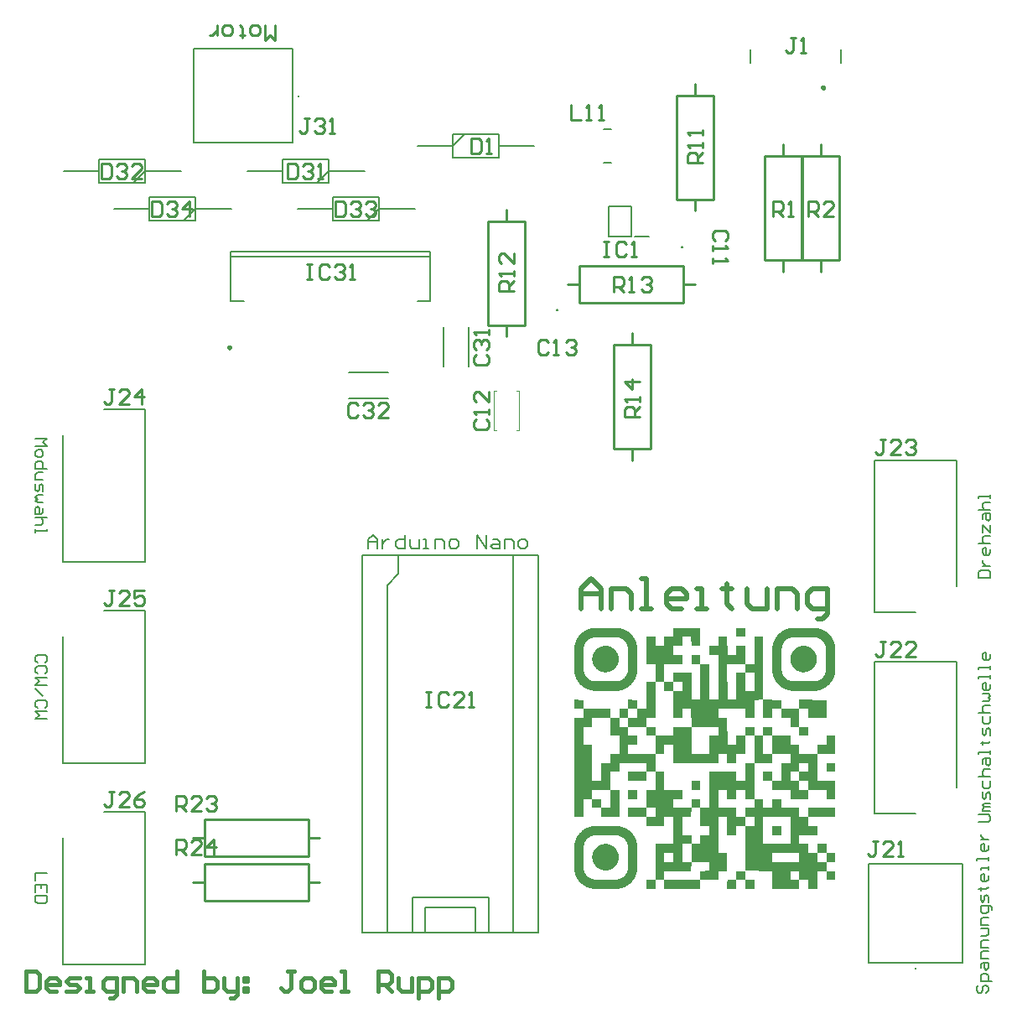
<source format=gto>
%FSLAX66Y66*%
%MOIN*%
%SFA1B1*%

%IPPOS*%
%ADD10C,0.009843*%
%ADD11C,0.007874*%
%ADD12C,0.003937*%
%ADD13C,0.010000*%
%ADD14C,0.015000*%
%ADD15C,0.020000*%
%ADD16C,0.007500*%
%LNplatine-1*%
%LPD*%
G36*
X2899070Y1485114D02*
X2899334Y1484846D01*
X2899228Y1449692*
X2898964Y1449429*
X2863811Y1449535*
X2863543Y1449803*
X2863649Y1484952*
X2863917Y1485220*
X2888311*
X2899070Y1485114*
G37*
G36*
X2720114D02*
X2720381Y1484846D01*
X2720275Y1413905*
X2720007Y1413637*
X2684854Y1413744*
X2684590Y1414011*
X2684484Y1449161*
X2684322Y1449322*
X2683897Y1449429*
X2649066Y1449322*
X2648799Y1449055*
X2648692Y1413905*
X2648425Y1413637*
X2613275Y1413531*
X2613007Y1413263*
X2613114Y1378114*
X2613381Y1377846*
X2648531Y1377740*
X2648799Y1377472*
X2648692Y1342322*
X2648425Y1342055*
X2577484Y1341948*
X2577216Y1341681*
X2577271Y1270472*
X2613007Y1270421*
X2613059Y1234681*
X2648531Y1234787*
X2648799Y1235055*
X2648692Y1270208*
X2648531Y1270366*
X2648106Y1270472*
X2613007Y1270527*
X2613114Y1306000*
X2613381Y1306263*
X2684322Y1306157*
X2684590Y1305889*
X2684696Y1199157*
X2684964Y1198889*
X2720114Y1198996*
X2720381Y1199263*
X2720326Y1342055*
X2684854Y1342161*
X2684590Y1342429*
X2684696Y1377578*
X2684964Y1377846*
X2720114Y1377740*
X2720381Y1377472*
X2720433Y1342055*
X2755905Y1341948*
X2756173Y1341681*
X2756279Y1199157*
X2756543Y1198889*
X2791696Y1198996*
X2791964Y1199263*
X2791854Y1377578*
X2791696Y1377740*
X2791271Y1377846*
X2756437Y1377952*
X2756173Y1378220*
X2756279Y1413370*
X2756543Y1413637*
X2791696Y1413744*
X2791964Y1414011*
X2792070Y1449161*
X2792334Y1449429*
X2827488Y1449322*
X2827755Y1449055*
X2827862Y1378114*
X2828125Y1377846*
X2863279Y1377952*
X2863543Y1378220*
X2863649Y1413370*
X2863917Y1413637*
X2899070Y1413531*
X2899334Y1413263*
X2899389Y1342055*
X2934858Y1342161*
X2935125Y1342429*
X2935232Y1449161*
X2935500Y1449429*
X2970653Y1449322*
X2970917Y1449055*
X2970972Y1198889*
X3042232Y1198783*
X3042500Y1198519*
X3042551Y1163098*
X3114082Y1163047*
X3114133Y1091519*
X3149606Y1091413*
X3149874Y1091145*
X3149767Y1055992*
X3149500Y1055728*
X3114346Y1055834*
X3114082Y1056098*
X3114027Y1091519*
X3078559Y1091625*
X3078291Y1091889*
X3078185Y1127043*
X3078023Y1127204*
X3077598Y1127311*
X3042763Y1127417*
X3042500Y1127681*
X3042444Y1163098*
X3006976Y1162996*
X3006708Y1162728*
X3006602Y1127574*
X3006334Y1127311*
X2971185Y1127417*
X2970917Y1127681*
X2970866Y1198889*
X2935393Y1198783*
X2935125Y1198519*
X2935019Y1127574*
X2934751Y1127311*
X2899602Y1127417*
X2899334Y1127681*
X2899228Y1162834*
X2899070Y1162996*
X2898641Y1163098*
X2792228Y1162996*
X2791964Y1162728*
X2792070Y1127574*
X2792334Y1127311*
X2827488Y1127204*
X2827755Y1126937*
X2827862Y1020204*
X2828125Y1019937*
X2863279Y1020043*
X2863543Y1020311*
X2863649Y1055460*
X2863917Y1055728*
X2899334Y1055673*
X2899228Y984413*
X2898964Y984145*
X2863811Y984039*
X2863543Y983771*
X2863437Y948622*
X2863173Y948354*
X2828019Y948460*
X2827755Y948728*
X2827645Y983877*
X2827488Y984039*
X2827062Y984145*
X2792228Y984039*
X2791964Y983771*
X2791854Y948622*
X2791590Y948354*
X2613275Y948460*
X2613007Y948728*
X2612901Y1019669*
X2612740Y1019830*
X2612314Y1019937*
X2577484Y1019830*
X2577216Y1019562*
X2577110Y984413*
X2576842Y984145*
X2541425Y984196*
X2541374Y1055728*
X2505901Y1055834*
X2505633Y1056098*
X2505582Y1091519*
X2434055Y1091570*
X2434000Y1127311*
X2398263Y1127362*
X2398370Y1162834*
X2398633Y1163098*
X2434055Y1163047*
X2434106Y1127311*
X2469578Y1127417*
X2469842Y1127681*
X2469791Y1163098*
X2434055Y1163153*
X2434157Y1198625*
X2434425Y1198889*
X2469578Y1198783*
X2469842Y1198519*
X2469897Y1163098*
X2505370Y1163208*
X2505633Y1163472*
X2505740Y1270208*
X2506007Y1270472*
X2541425Y1270421*
X2541318Y1127574*
X2541051Y1127311*
X2505901Y1127204*
X2505633Y1126937*
X2505688Y1091519*
X2541157Y1091413*
X2541425Y1091145*
X2541480Y1055728*
X2612740Y1055834*
X2613007Y1056098*
X2613114Y1091251*
X2613381Y1091519*
X2684590Y1091464*
X2684696Y984413*
X2684964Y984145*
X2755905Y984251*
X2756173Y984519*
Y1054287*
Y1054397*
X2756279Y1055460*
X2756543Y1055728*
X2791696Y1055834*
X2791964Y1056098*
X2791854Y1091251*
X2791696Y1091413*
X2791271Y1091519*
X2684590Y1091570*
X2684484Y1162834*
X2684322Y1162996*
X2683897Y1163098*
X2649066Y1162996*
X2648799Y1162728*
X2648692Y1127574*
X2648425Y1127311*
X2613275Y1127417*
X2613007Y1127681*
X2612952Y1234681*
X2577484Y1234787*
X2577216Y1235055*
X2577165Y1270472*
X2541425Y1270527*
X2541318Y1341787*
X2541157Y1341948*
X2540732Y1342055*
X2505901Y1342161*
X2505633Y1342429*
X2505740Y1449161*
X2506007Y1449429*
X2541157Y1449322*
X2541425Y1449055*
X2541531Y1413905*
X2541799Y1413637*
X2576952Y1413744*
X2577216Y1414011*
X2577322Y1449161*
X2577590Y1449429*
X2612740Y1449535*
X2613007Y1449803*
X2613114Y1484952*
X2613381Y1485220*
X2720114Y1485114*
G37*
G36*
X3175173D02*
X3178791Y1485007D01*
X3179114Y1484897*
X3180602Y1484791*
X3180921Y1484685*
X3181830Y1484527*
X3183267Y1484366*
X3184011Y1484259*
X3185771Y1484102*
X3186940Y1483889*
X3187476Y1483779*
X3188059Y1483622*
X3189338Y1483303*
X3190401Y1483196*
X3190830Y1483090*
X3191736Y1482929*
X3192905Y1482503*
X3193492Y1482342*
X3193917Y1482236*
X3194665Y1482129*
X3195358Y1481972*
X3195783Y1481862*
X3196901Y1481385*
X3197751Y1481169*
X3198444Y1481011*
X3198874Y1480905*
X3200098Y1480318*
X3200948Y1480106*
X3201641Y1479944*
X3202972Y1479255*
X3203826Y1479039*
X3204519Y1478775*
X3205157Y1478346*
X3206062Y1478082*
X3207074Y1477708*
X3207232Y1477551*
X3207444Y1477444*
X3208405Y1477015*
X3209098Y1476751*
X3209897Y1476165*
X3210641Y1475952*
X3211389Y1475527*
X3211602Y1475311*
X3212346Y1474992*
X3212771Y1474885*
X3213358Y1474409*
X3214051Y1474035*
X3214744Y1473767*
X3215118Y1473500*
X3215437Y1473181*
X3215968Y1472968*
X3216712Y1472543*
X3216929Y1472330*
X3217141Y1472224*
X3218098Y1471692*
X3218472Y1471425*
X3218523Y1471263*
X3218740Y1471157*
X3219696Y1470625*
X3220283Y1470145*
X3220440Y1469988*
X3221401Y1469452*
X3221826Y1469027*
X3222039Y1468921*
X3222787Y1468389*
X3223000Y1468177*
X3223212Y1468070*
X3223425Y1467858*
X3224169Y1467429*
X3224704Y1466897*
X3224917Y1466791*
X3225503Y1466311*
X3225874Y1465940*
X3226086Y1465830*
X3226673Y1465354*
X3227153Y1464874*
X3227366Y1464767*
X3227578Y1464555*
X3227791Y1464448*
X3228059Y1464074*
X3228433Y1463807*
X3229015Y1463330*
X3229496Y1462850*
X3229708Y1462744*
X3230133Y1462318*
X3230295Y1462263*
X3230401Y1462051*
X3230775Y1461677*
X3230988Y1461570*
X3232161Y1460401*
X3232374Y1460291*
X3232637Y1459921*
X3234661Y1457897*
X3234767Y1457685*
X3235622Y1456830*
X3235728Y1456618*
X3235940Y1456405*
X3236047Y1456192*
X3236791Y1455444*
X3236901Y1455232*
X3237114Y1455019*
X3237220Y1454807*
X3237590Y1454543*
X3238019Y1453901*
X3238712Y1453208*
X3238818Y1452996*
X3239295Y1452409*
X3239669Y1452039*
X3239775Y1451826*
X3240307Y1451078*
X3240629Y1450759*
X3240736Y1450547*
X3241161Y1449803*
X3241799Y1449161*
X3242330Y1448204*
X3242653Y1447988*
X3243397Y1446606*
X3243822Y1446177*
X3244090Y1445488*
X3244251Y1445326*
X3244358Y1445114*
X3244783Y1444688*
X3244996Y1444153*
X3245421Y1443409*
X3245740Y1443090*
X3246059Y1442346*
X3246488Y1441598*
X3246807Y1441279*
X3247019Y1440748*
X3247125Y1440318*
X3247657Y1439574*
X3248086Y1438618*
X3248299Y1438082*
X3248937Y1437125*
X3249043Y1436696*
X3249311Y1436007*
X3249736Y1435366*
X3250000Y1434783*
X3250110Y1434354*
X3250374Y1433661*
X3250803Y1433023*
X3251066Y1432118*
X3251173Y1431692*
X3251440Y1431000*
X3251704Y1430625*
X3252027Y1429881*
X3252133Y1429456*
X3252291Y1428763*
X3252503Y1428232*
X3252984Y1427110*
X3253196Y1426259*
X3253358Y1425566*
X3253570Y1425035*
X3253944Y1424129*
X3254157Y1423275*
X3254314Y1422263*
X3254421Y1421838*
X3254740Y1420988*
X3255007Y1420082*
X3255114Y1419653*
X3255275Y1418429*
X3255381Y1417791*
X3255700Y1416511*
X3255862Y1415929*
X3255968Y1415500*
X3256074Y1414755*
X3256181Y1414330*
X3256338Y1412358*
X3256444Y1411401*
X3256657Y1410122*
X3256767Y1409590*
X3256874Y1408948*
X3256980Y1407992*
X3257086Y1406712*
X3257192Y1404476*
X3257244Y1315480*
X3257137Y1315157*
X3257031Y1312177*
X3256925Y1311858*
X3256818Y1310366*
X3256712Y1310047*
X3256500Y1308767*
X3256393Y1308023*
X3256125Y1305413*
X3256019Y1304771*
X3255913Y1304240*
X3255700Y1303389*
X3255543Y1302803*
X3255381Y1302110*
X3255275Y1301472*
X3255062Y1300086*
X3254850Y1299232*
X3254633Y1298700*
X3254263Y1297476*
X3254102Y1296464*
X3253996Y1296039*
X3253677Y1295185*
X3253409Y1294492*
X3253196Y1293641*
X3253039Y1292948*
X3252771Y1292255*
X3252240Y1291086*
X3252133Y1290338*
X3251866Y1289645*
X3251279Y1288527*
X3251066Y1287677*
X3250803Y1286984*
X3250322Y1286185*
X3250000Y1285122*
X3249574Y1284374*
X3249149Y1283736*
X3248992Y1282937*
X3248456Y1282082*
X3248299Y1281925*
X3248086Y1281393*
X3247925Y1280807*
X3247500Y1280165*
X3247232Y1279901*
X3247019Y1279366*
Y1279259*
X3246807Y1278728*
X3246326Y1278141*
X3245688Y1276866*
X3245421Y1276492*
X3245208Y1276279*
X3244889Y1275531*
X3244783Y1275318*
X3244303Y1274736*
X3244141Y1274574*
X3243929Y1274043*
X3243822Y1273830*
X3243346Y1273244*
X3243185Y1273082*
X3242547Y1271909*
X3242118Y1271484*
X3241586Y1270527*
X3241055Y1269996*
X3240629Y1269248*
X3240200Y1268822*
X3240094Y1268610*
X3239669Y1267968*
X3239562Y1267755*
X3238925Y1267118*
X3238818Y1266905*
X3238338Y1266318*
X3237858Y1265838*
X3237751Y1265625*
X3237539Y1265413*
X3237484Y1265255*
X3237271Y1265145*
X3237007Y1264881*
X3236901Y1264669*
X3236421Y1264082*
X3235834Y1263496*
X3235728Y1263283*
X3235409Y1262964*
X3235303Y1262751*
X3235090Y1262645*
X3234984Y1262433*
X3234555Y1262003*
X3234448Y1261791*
X3230881Y1258224*
X3230669Y1258118*
X3229708Y1257157*
X3229496Y1257051*
X3228645Y1256200*
X3228433Y1256094*
X3227846Y1255614*
X3227366Y1255133*
X3227153Y1255027*
X3226779Y1254759*
X3226673Y1254547*
X3226303Y1254177*
X3225767Y1253854*
X3225129Y1253216*
X3224917Y1253110*
X3224330Y1252629*
X3224062Y1252366*
X3223850Y1252259*
X3222838Y1251566*
X3222570Y1251299*
X3222358Y1251192*
X3221346Y1250500*
X3220976Y1250129*
X3220015Y1249594*
X3219590Y1249169*
X3218417Y1248531*
X3217992Y1248102*
X3216822Y1247464*
X3216500Y1247145*
X3215968Y1246933*
X3215062Y1246452*
X3215007Y1246291*
X3214795Y1246185*
X3214051Y1245866*
X3213307Y1245440*
X3212984Y1245122*
X3212295Y1244854*
X3211759Y1244641*
X3211389Y1244374*
X3211177Y1244161*
X3210641Y1243948*
X3210055Y1243791*
X3209204Y1243255*
X3209043Y1243098*
X3207393Y1242511*
X3207125Y1242244*
X3206913Y1242137*
X3206381Y1241925*
X3205527Y1241712*
X3204783Y1241287*
X3203826Y1240862*
X3203027Y1240700*
X3202385Y1240381*
X3201696Y1240007*
X3200417Y1239688*
X3199724Y1239421*
X3199031Y1239051*
X3198287Y1238834*
X3197539Y1238728*
X3197114Y1238622*
X3196102Y1238251*
X3195515Y1237984*
X3194822Y1237826*
X3194185Y1237716*
X3193653Y1237610*
X3192799Y1237397*
X3192110Y1237133*
X3191362Y1236917*
X3190618Y1236811*
X3190188Y1236704*
X3189125Y1236598*
X3188807Y1236492*
X3188114Y1236334*
X3187688Y1236228*
X3187102Y1236066*
X3185822Y1235854*
X3185397Y1235748*
X3182468Y1235480*
X3180551Y1235161*
X3179114Y1235000*
X3177728Y1234893*
X3176661Y1234787*
X3169846Y1234681*
X3086653Y1234787*
X3086334Y1234893*
X3084200Y1235000*
X3083881Y1235106*
X3082763Y1235267*
X3082232Y1235374*
X3080795Y1235535*
X3080047Y1235641*
X3078291Y1235799*
X3077011Y1236015*
X3076586Y1236122*
X3076000Y1236279*
X3075149Y1236492*
X3074401Y1236598*
X3073976Y1236704*
X3072858Y1236866*
X3072326Y1236972*
X3070460Y1237559*
X3070035Y1237665*
X3069291Y1237771*
X3068437Y1237984*
X3067905Y1238196*
X3067157Y1238515*
X3066307Y1238728*
X3065614Y1238889*
X3064763Y1239208*
X3064602Y1239370*
X3064070Y1239582*
X3063645Y1239688*
X3062846Y1239846*
X3062417Y1239956*
X3061885Y1240169*
X3061728Y1240326*
X3060767Y1240755*
X3059968Y1240913*
X3059437Y1241125*
X3059062Y1241393*
X3058318Y1241712*
X3057307Y1242086*
X3056933Y1242350*
X3055972Y1242779*
X3055547Y1242885*
X3054854Y1243149*
X3054696Y1243311*
X3054484Y1243417*
X3054271Y1243629*
X3053736Y1243842*
X3053043Y1244110*
X3052673Y1244374*
X3052031Y1244803*
X3051448Y1244960*
X3051074Y1245122*
X3050488Y1245602*
X3048996Y1246346*
X3048732Y1246614*
X3048519Y1246720*
X3047346Y1247358*
X3047027Y1247677*
X3045641Y1248425*
X3045322Y1248744*
X3044149Y1249381*
X3043562Y1249862*
X3042606Y1250393*
X3042500Y1250606*
X3042338Y1250767*
X3042125Y1250874*
X3041381Y1251299*
X3040846Y1251830*
X3040633Y1251937*
X3039889Y1252472*
X3039464Y1252897*
X3039251Y1253003*
X3038503Y1253535*
X3038078Y1253964*
X3037866Y1254070*
X3037279Y1254547*
X3037173Y1254759*
X3037015Y1254921*
X3036799Y1255027*
X3036216Y1255507*
X3035736Y1255988*
X3035523Y1256094*
X3034937Y1256570*
X3034350Y1257157*
X3034137Y1257263*
X3033070Y1258330*
X3032858Y1258437*
X3031795Y1259500*
X3031582Y1259606*
X3031314Y1259980*
X3030248Y1261047*
X3030141Y1261259*
X3029877Y1261527*
X3029665Y1261633*
X3029397Y1262003*
X3028330Y1263070*
X3028224Y1263283*
X3027748Y1263870*
X3027267Y1264346*
X3027161Y1264562*
X3026948Y1264775*
X3026842Y1264988*
X3026574Y1265255*
X3026413Y1265307*
X3026307Y1265519*
X3026094Y1265732*
X3025988Y1265944*
X3025244Y1266692*
X3024925Y1267224*
X3024389Y1267755*
X3024283Y1267968*
X3023539Y1268929*
X3023326Y1269141*
X3022795Y1270102*
X3022259Y1270633*
X3022153Y1270846*
X3021566Y1271751*
X3021354Y1271858*
X3020555Y1273295*
X3020129Y1273720*
X3019866Y1274413*
X3019598Y1274681*
X3019492Y1274893*
X3019173Y1275212*
X3018956Y1275744*
X3018531Y1276492*
X3018318Y1276704*
X3018212Y1276917*
X3017468Y1278303*
X3017149Y1278622*
X3016775Y1279633*
X3016401Y1280220*
X3016188Y1280433*
X3015976Y1280964*
X3015814Y1281551*
X3015444Y1282137*
X3015232Y1282350*
X3015122Y1282562*
X3014909Y1283094*
X3014751Y1283681*
X3014216Y1284535*
X3013952Y1285122*
X3013791Y1285704*
X3013578Y1286240*
X3013153Y1286877*
X3012885Y1287783*
X3012779Y1288208*
X3012515Y1288901*
X3012354Y1289059*
X3012248Y1289275*
X3011929Y1290019*
X3011822Y1290444*
X3011661Y1291137*
X3011448Y1291669*
X3010968Y1292787*
X3010755Y1293641*
X3010598Y1294334*
X3010381Y1294866*
X3010118Y1295452*
X3009905Y1296196*
X3009799Y1296944*
X3009692Y1297370*
X3009531Y1298062*
X3009263Y1298755*
X3008944Y1299818*
X3008838Y1300244*
X3008677Y1301472*
X3008570Y1302110*
X3008358Y1302960*
X3008200Y1303547*
X3007988Y1304401*
X3007881Y1305145*
X3007775Y1305570*
X3007614Y1307543*
X3007507Y1308393*
X3007295Y1309673*
X3007188Y1310204*
X3007082Y1310846*
X3006976Y1311909*
X3006870Y1313188*
X3006759Y1315531*
X3006708Y1403039*
X3006814Y1403358*
X3006921Y1407937*
X3007027Y1408255*
X3007188Y1409271*
X3007295Y1409803*
X3007401Y1410440*
X3007507Y1411295*
X3007614Y1412251*
X3007720Y1413531*
X3007826Y1414488*
X3008039Y1415661*
X3008145Y1416086*
X3008307Y1416673*
X3008519Y1417417*
X3008732Y1418909*
X3008893Y1419921*
X3009000Y1420346*
X3009425Y1421413*
X3009586Y1422000*
X3009692Y1422425*
X3009850Y1423437*
X3009956Y1423968*
X3010275Y1424822*
X3010543Y1425409*
X3010755Y1426153*
X3010917Y1426846*
X3011236Y1427696*
X3011716Y1428814*
X3011980Y1430043*
X3012192Y1430574*
X3012354Y1430732*
X3012673Y1431480*
X3012885Y1432224*
X3013153Y1432917*
X3013311Y1433078*
X3013421Y1433291*
X3013846Y1434248*
X3013952Y1434677*
X3014165Y1435208*
X3014696Y1435952*
X3014858Y1436539*
X3014964Y1436964*
X3015122Y1437338*
X3015870Y1438401*
X3016027Y1438988*
X3016401Y1439574*
X3016826Y1440212*
X3016933Y1440641*
X3017468Y1441598*
X3017787Y1441917*
X3017893Y1442346*
X3018425Y1443303*
X3018744Y1443622*
X3019492Y1445007*
X3019811Y1445326*
X3020448Y1446500*
X3020874Y1446925*
X3021141Y1447618*
X3021673Y1448255*
X3022153Y1449055*
X3022259Y1449267*
X3022897Y1449905*
X3023007Y1450122*
X3023539Y1450866*
X3023858Y1451185*
X3023964Y1451397*
X3024496Y1452145*
X3024925Y1452570*
X3025031Y1452783*
X3025562Y1453527*
X3025988Y1453956*
X3026094Y1454169*
X3026307Y1454381*
X3026413Y1454594*
X3026787Y1454862*
X3026948Y1455019*
X3027055Y1455232*
X3027267Y1455444*
X3027374Y1455661*
X3028224Y1456511*
X3028330Y1456724*
X3029185Y1457578*
X3029291Y1457791*
X3030141Y1458641*
X3030248Y1458854*
X3030464Y1459066*
X3030570Y1459283*
X3030728Y1459440*
X3030940Y1459547*
X3032007Y1460614*
X3032220Y1460720*
X3034137Y1462637*
X3034350Y1462744*
X3035311Y1463700*
X3035523Y1463807*
X3036267Y1464555*
X3036480Y1464661*
X3037440Y1465405*
X3037866Y1465830*
X3038078Y1465940*
X3038452Y1466204*
X3038559Y1466417*
X3038716Y1466578*
X3038933Y1466685*
X3039889Y1467429*
X3040208Y1467748*
X3040956Y1468177*
X3041488Y1468708*
X3042444Y1469240*
X3042874Y1469665*
X3043830Y1470200*
X3044255Y1470625*
X3044472Y1470732*
X3045429Y1471263*
X3045641Y1471586*
X3045854Y1471692*
X3047240Y1472437*
X3047559Y1472755*
X3048090Y1472968*
X3049051Y1473500*
X3049263Y1473716*
X3050007Y1474035*
X3050543Y1474354*
X3050862Y1474673*
X3051074Y1474779*
X3051606Y1474992*
X3052566Y1475527*
X3052779Y1475740*
X3053311Y1475952*
X3053897Y1476110*
X3054429Y1476322*
X3054803Y1476696*
X3055334Y1476909*
X3055759Y1477015*
X3056452Y1477283*
X3057039Y1477657*
X3058000Y1478082*
X3058850Y1478401*
X3059488Y1478826*
X3060767Y1479149*
X3061460Y1479413*
X3062259Y1479893*
X3062952Y1480051*
X3063803Y1480267*
X3064708Y1480744*
X3065240Y1480956*
X3065988Y1481062*
X3066413Y1481169*
X3067106Y1481330*
X3067637Y1481543*
X3068543Y1481917*
X3068968Y1482023*
X3069716Y1482129*
X3070566Y1482342*
X3071259Y1482610*
X3072165Y1482874*
X3072590Y1482984*
X3074082Y1483196*
X3075625Y1483460*
X3076055Y1483566*
X3076586Y1483779*
X3077437Y1483996*
X3078877Y1484153*
X3080578Y1484259*
X3082444Y1484527*
X3083082Y1484633*
X3083511Y1484740*
X3084787Y1484952*
X3086704Y1485059*
X3090645Y1485165*
X3174850Y1485220*
X3175173Y1485114*
G37*
G36*
X2387767D02*
X2391389Y1485007D01*
X2391712Y1484897*
X2393200Y1484791*
X2393519Y1484685*
X2394429Y1484527*
X2395866Y1484366*
X2396610Y1484259*
X2398370Y1484102*
X2399539Y1483889*
X2400070Y1483779*
X2400657Y1483622*
X2401937Y1483303*
X2403003Y1483196*
X2403429Y1483090*
X2404334Y1482929*
X2405503Y1482503*
X2406090Y1482342*
X2406515Y1482236*
X2407263Y1482129*
X2407956Y1481972*
X2408381Y1481862*
X2409500Y1481385*
X2410350Y1481169*
X2411043Y1481011*
X2411472Y1480905*
X2412696Y1480318*
X2413547Y1480106*
X2414240Y1479944*
X2415570Y1479255*
X2416425Y1479039*
X2417114Y1478775*
X2417755Y1478346*
X2418661Y1478082*
X2419673Y1477708*
X2419830Y1477551*
X2420047Y1477444*
X2421003Y1477015*
X2421696Y1476751*
X2422496Y1476165*
X2423240Y1475952*
X2423988Y1475527*
X2424200Y1475311*
X2424944Y1474992*
X2425370Y1474885*
X2425956Y1474409*
X2426649Y1474035*
X2427342Y1473767*
X2427716Y1473500*
X2428035Y1473181*
X2428566Y1472968*
X2429314Y1472543*
X2429527Y1472330*
X2429740Y1472224*
X2430696Y1471692*
X2431070Y1471425*
X2431122Y1471263*
X2431338Y1471157*
X2432295Y1470625*
X2432881Y1470145*
X2433039Y1469988*
X2434000Y1469452*
X2434425Y1469027*
X2434637Y1468921*
X2435385Y1468389*
X2435598Y1468177*
X2435811Y1468070*
X2436023Y1467858*
X2436767Y1467429*
X2437303Y1466897*
X2437515Y1466791*
X2438102Y1466311*
X2438472Y1465940*
X2438685Y1465830*
X2439271Y1465354*
X2439751Y1464874*
X2439964Y1464767*
X2440177Y1464555*
X2440389Y1464448*
X2440657Y1464074*
X2441031Y1463807*
X2441618Y1463330*
X2442094Y1462850*
X2442307Y1462744*
X2442732Y1462318*
X2442893Y1462263*
X2443000Y1462051*
X2443374Y1461677*
X2443586Y1461570*
X2444759Y1460401*
X2444972Y1460291*
X2445236Y1459921*
X2447259Y1457897*
X2447370Y1457685*
X2448220Y1456830*
X2448326Y1456618*
X2448539Y1456405*
X2448645Y1456192*
X2449393Y1455444*
X2449500Y1455232*
X2449712Y1455019*
X2449818Y1454807*
X2450192Y1454543*
X2450618Y1453901*
X2451311Y1453208*
X2451417Y1452996*
X2451893Y1452409*
X2452267Y1452039*
X2452374Y1451826*
X2452905Y1451078*
X2453228Y1450759*
X2453334Y1450547*
X2453759Y1449803*
X2454397Y1449161*
X2454933Y1448204*
X2455251Y1447988*
X2455996Y1446606*
X2456421Y1446177*
X2456688Y1445488*
X2456846Y1445326*
X2456956Y1445114*
X2457381Y1444688*
X2457594Y1444153*
X2458019Y1443409*
X2458338Y1443090*
X2458661Y1442346*
X2459086Y1441598*
X2459405Y1441279*
X2459618Y1440748*
X2459724Y1440318*
X2460255Y1439574*
X2460685Y1438618*
X2460897Y1438082*
X2461535Y1437125*
X2461641Y1436696*
X2461909Y1436007*
X2462334Y1435366*
X2462602Y1434783*
X2462708Y1434354*
X2462972Y1433661*
X2463401Y1433023*
X2463665Y1432118*
X2463771Y1431692*
X2464039Y1431000*
X2464303Y1430625*
X2464625Y1429881*
X2464732Y1429456*
X2464889Y1428763*
X2465102Y1428232*
X2465582Y1427110*
X2465795Y1426259*
X2465956Y1425566*
X2466169Y1425035*
X2466543Y1424129*
X2466755Y1423275*
X2466913Y1422263*
X2467019Y1421838*
X2467338Y1420988*
X2467606Y1420082*
X2467712Y1419653*
X2467874Y1418429*
X2467980Y1417791*
X2468299Y1416511*
X2468460Y1415929*
X2468566Y1415500*
X2468673Y1414755*
X2468779Y1414330*
X2468937Y1412358*
X2469043Y1411401*
X2469259Y1410122*
X2469366Y1409590*
X2469472Y1408948*
X2469578Y1407992*
X2469685Y1406712*
X2469791Y1404476*
X2469842Y1315480*
X2469736Y1315157*
X2469629Y1312177*
X2469523Y1311858*
X2469417Y1310366*
X2469311Y1310047*
X2469098Y1308767*
X2468992Y1308023*
X2468724Y1305413*
X2468618Y1304771*
X2468511Y1304240*
X2468299Y1303389*
X2468141Y1302803*
X2467980Y1302110*
X2467874Y1301472*
X2467661Y1300086*
X2467448Y1299232*
X2467236Y1298700*
X2466862Y1297476*
X2466700Y1296464*
X2466594Y1296039*
X2466275Y1295185*
X2466007Y1294492*
X2465795Y1293641*
X2465637Y1292948*
X2465370Y1292255*
X2464838Y1291086*
X2464732Y1290338*
X2464464Y1289645*
X2463877Y1288527*
X2463665Y1287677*
X2463401Y1286984*
X2462921Y1286185*
X2462602Y1285122*
X2462173Y1284374*
X2461748Y1283736*
X2461586Y1282937*
X2461055Y1282082*
X2460897Y1281925*
X2460685Y1281393*
X2460523Y1280807*
X2460098Y1280165*
X2459830Y1279901*
X2459405Y1278728*
X2458925Y1278141*
X2458287Y1276866*
X2457700Y1276066*
X2457488Y1275531*
X2457381Y1275318*
X2456901Y1274736*
X2456740Y1274574*
X2456527Y1274043*
X2456421Y1273830*
X2455944Y1273244*
X2455783Y1273082*
X2455145Y1271909*
X2454716Y1271484*
X2454185Y1270527*
X2453653Y1269996*
X2453228Y1269248*
X2452799Y1268822*
X2452692Y1268610*
X2452267Y1267968*
X2452161Y1267755*
X2451523Y1267118*
X2451417Y1266905*
X2450937Y1266318*
X2450456Y1265838*
X2450350Y1265625*
X2450137Y1265413*
X2450082Y1265255*
X2449870Y1265145*
X2449606Y1264881*
X2449500Y1264669*
X2449019Y1264082*
X2448433Y1263496*
X2448326Y1263283*
X2448007Y1262964*
X2447901Y1262751*
X2447688Y1262645*
X2447582Y1262433*
X2447153Y1262003*
X2447047Y1261791*
X2443480Y1258224*
X2443267Y1258118*
X2442307Y1257157*
X2442094Y1257051*
X2441244Y1256200*
X2441031Y1256094*
X2440444Y1255614*
X2439964Y1255133*
X2439751Y1255027*
X2439377Y1254759*
X2439271Y1254547*
X2438901Y1254177*
X2438366Y1253854*
X2437728Y1253216*
X2437515Y1253110*
X2436929Y1252629*
X2436661Y1252366*
X2436448Y1252259*
X2435437Y1251566*
X2435173Y1251299*
X2434956Y1251192*
X2433944Y1250500*
X2433574Y1250129*
X2432614Y1249594*
X2432188Y1249169*
X2431015Y1248531*
X2430590Y1248102*
X2429417Y1247464*
X2429098Y1247145*
X2428566Y1246933*
X2427661Y1246452*
X2427610Y1246291*
X2427393Y1246185*
X2426649Y1245866*
X2425905Y1245440*
X2425586Y1245122*
X2424893Y1244854*
X2424358Y1244641*
X2423988Y1244374*
X2423775Y1244161*
X2423240Y1243948*
X2422653Y1243791*
X2421803Y1243255*
X2421641Y1243098*
X2419992Y1242511*
X2419724Y1242244*
X2419511Y1242137*
X2418980Y1241925*
X2418125Y1241712*
X2417381Y1241287*
X2416425Y1240862*
X2415625Y1240700*
X2415464Y1240645*
X2415413Y1240594*
X2415039Y1240433*
X2414401Y1240007*
X2413708Y1239846*
X2412854Y1239633*
X2412322Y1239421*
X2411629Y1239051*
X2410885Y1238834*
X2410137Y1238728*
X2409712Y1238622*
X2408700Y1238251*
X2408114Y1237984*
X2407421Y1237826*
X2406783Y1237716*
X2406251Y1237610*
X2405397Y1237397*
X2404708Y1237133*
X2403960Y1236917*
X2403216Y1236811*
X2402787Y1236704*
X2401724Y1236598*
X2401405Y1236492*
X2400712Y1236334*
X2400287Y1236228*
X2399700Y1236066*
X2398421Y1235854*
X2397996Y1235748*
X2395066Y1235480*
X2393149Y1235161*
X2391712Y1235000*
X2390326Y1234893*
X2389259Y1234787*
X2382444Y1234681*
X2299251Y1234787*
X2298933Y1234893*
X2296799Y1235000*
X2296480Y1235106*
X2295362Y1235267*
X2294830Y1235374*
X2293393Y1235535*
X2292645Y1235641*
X2290889Y1235799*
X2289610Y1236015*
X2289185Y1236122*
X2288598Y1236279*
X2287748Y1236492*
X2287000Y1236598*
X2286574Y1236704*
X2285456Y1236866*
X2284925Y1236972*
X2283059Y1237559*
X2282633Y1237665*
X2281889Y1237771*
X2281035Y1237984*
X2280503Y1238196*
X2279755Y1238515*
X2278905Y1238728*
X2278212Y1238889*
X2277362Y1239208*
X2277200Y1239370*
X2276669Y1239582*
X2276244Y1239688*
X2275444Y1239846*
X2275015Y1239956*
X2274484Y1240169*
X2274326Y1240326*
X2273366Y1240755*
X2272566Y1240913*
X2272035Y1241125*
X2271661Y1241393*
X2270917Y1241712*
X2269905Y1242086*
X2269531Y1242350*
X2268570Y1242779*
X2268145Y1242885*
X2267452Y1243149*
X2267295Y1243311*
X2267082Y1243417*
X2266870Y1243629*
X2266334Y1243842*
X2265645Y1244110*
X2265271Y1244374*
X2264629Y1244803*
X2264047Y1244960*
X2263673Y1245122*
X2263086Y1245602*
X2261594Y1246346*
X2261330Y1246614*
X2261118Y1246720*
X2259944Y1247358*
X2259625Y1247677*
X2258240Y1248425*
X2257921Y1248744*
X2256748Y1249381*
X2256161Y1249862*
X2255204Y1250393*
X2255098Y1250606*
X2254937Y1250767*
X2254724Y1250874*
X2253980Y1251299*
X2253444Y1251830*
X2253232Y1251937*
X2252488Y1252472*
X2252062Y1252897*
X2251850Y1253003*
X2251102Y1253535*
X2250677Y1253964*
X2250464Y1254070*
X2249877Y1254547*
X2249771Y1254759*
X2249610Y1254921*
X2249397Y1255027*
X2248814Y1255507*
X2248334Y1255988*
X2248122Y1256094*
X2247535Y1256570*
X2246948Y1257157*
X2246736Y1257263*
X2245669Y1258330*
X2245456Y1258437*
X2244393Y1259500*
X2244181Y1259606*
X2243913Y1259980*
X2242846Y1261047*
X2242740Y1261259*
X2242476Y1261527*
X2242263Y1261633*
X2241996Y1262003*
X2240929Y1263070*
X2240822Y1263283*
X2240346Y1263870*
X2239866Y1264346*
X2239759Y1264562*
X2239547Y1264775*
X2239440Y1264988*
X2239173Y1265255*
X2239011Y1265307*
X2238905Y1265519*
X2238692Y1265732*
X2238586Y1265944*
X2237842Y1266692*
X2237523Y1267224*
X2236988Y1267755*
X2236881Y1267968*
X2236137Y1268929*
X2235925Y1269141*
X2235389Y1270102*
X2234858Y1270633*
X2234751Y1270846*
X2234165Y1271751*
X2233952Y1271858*
X2233153Y1273295*
X2232728Y1273720*
X2232460Y1274413*
X2232196Y1274681*
X2232090Y1274893*
X2231771Y1275212*
X2231555Y1275744*
X2231129Y1276492*
X2230917Y1276704*
X2230811Y1276917*
X2230066Y1278303*
X2229748Y1278622*
X2229374Y1279633*
X2229000Y1280220*
X2228787Y1280433*
X2228574Y1280964*
X2228413Y1281551*
X2228043Y1282137*
X2227826Y1282350*
X2227720Y1282562*
X2227507Y1283094*
X2227350Y1283681*
X2226814Y1284535*
X2226551Y1285122*
X2226389Y1285704*
X2226177Y1286240*
X2225751Y1286877*
X2225484Y1287783*
X2225377Y1288208*
X2225114Y1288901*
X2224952Y1289059*
X2224846Y1289275*
X2224527Y1290019*
X2224421Y1290444*
X2224259Y1291137*
X2224047Y1291669*
X2223566Y1292787*
X2223354Y1293641*
X2223196Y1294334*
X2222980Y1294866*
X2222716Y1295452*
X2222503Y1296196*
X2222397Y1296944*
X2222291Y1297370*
X2222129Y1298062*
X2221862Y1298755*
X2221543Y1299818*
X2221437Y1300244*
X2221279Y1301472*
X2221173Y1302110*
X2220956Y1302960*
X2220799Y1303547*
X2220586Y1304401*
X2220480Y1305145*
X2220374Y1305570*
X2220212Y1307543*
X2220106Y1308393*
X2219893Y1309673*
X2219787Y1310204*
X2219681Y1310846*
X2219574Y1311909*
X2219468Y1313188*
X2219358Y1315531*
X2219307Y1403039*
X2219413Y1403358*
X2219519Y1407937*
X2219625Y1408255*
X2219787Y1409271*
X2219893Y1409803*
X2220000Y1410440*
X2220106Y1411295*
X2220212Y1412251*
X2220318Y1413531*
X2220425Y1414488*
X2220637Y1415661*
X2220744Y1416086*
X2220905Y1416673*
X2221118Y1417417*
X2221330Y1418909*
X2221492Y1419921*
X2221598Y1420346*
X2222023Y1421413*
X2222185Y1422000*
X2222291Y1422425*
X2222448Y1423437*
X2222555Y1423968*
X2222874Y1424822*
X2223141Y1425409*
X2223354Y1426153*
X2223515Y1426846*
X2223834Y1427696*
X2224314Y1428814*
X2224578Y1430043*
X2224791Y1430574*
X2224952Y1430732*
X2225271Y1431480*
X2225484Y1432224*
X2225751Y1432917*
X2225913Y1433078*
X2226019Y1433291*
X2226444Y1434248*
X2226551Y1434677*
X2226763Y1435208*
X2227295Y1435952*
X2227456Y1436539*
X2227562Y1436964*
X2227720Y1437338*
X2228468Y1438401*
X2228625Y1438988*
X2229000Y1439574*
X2229425Y1440212*
X2229531Y1440641*
X2230066Y1441598*
X2230385Y1441917*
X2230492Y1442346*
X2231023Y1443303*
X2231342Y1443622*
X2232090Y1445007*
X2232409Y1445326*
X2233047Y1446500*
X2233476Y1446925*
X2233740Y1447618*
X2234007Y1447988*
X2234326Y1448311*
X2234433Y1448523*
X2234858Y1449267*
X2235500Y1449905*
X2235606Y1450122*
X2236137Y1450866*
X2236456Y1451185*
X2236562Y1451397*
X2237094Y1452145*
X2237523Y1452570*
X2237629Y1452783*
X2238161Y1453527*
X2238586Y1453956*
X2238692Y1454169*
X2238905Y1454381*
X2239011Y1454594*
X2239385Y1454862*
X2239547Y1455019*
X2239653Y1455232*
X2239866Y1455444*
X2239972Y1455661*
X2240822Y1456511*
X2240929Y1456724*
X2241783Y1457578*
X2241889Y1457791*
X2242740Y1458641*
X2242846Y1458854*
X2243062Y1459066*
X2243169Y1459283*
X2243326Y1459440*
X2243539Y1459547*
X2244606Y1460614*
X2244818Y1460720*
X2246736Y1462637*
X2246948Y1462744*
X2247909Y1463700*
X2248122Y1463807*
X2248866Y1464555*
X2249078Y1464661*
X2250039Y1465405*
X2250464Y1465830*
X2250677Y1465940*
X2251051Y1466204*
X2251157Y1466417*
X2251314Y1466578*
X2251531Y1466685*
X2252488Y1467429*
X2252807Y1467748*
X2253555Y1468177*
X2254086Y1468708*
X2255043Y1469240*
X2255472Y1469665*
X2256429Y1470200*
X2256854Y1470625*
X2257066Y1470732*
X2258027Y1471263*
X2258240Y1471586*
X2258452Y1471692*
X2259838Y1472437*
X2260157Y1472755*
X2260688Y1472968*
X2261649Y1473500*
X2261862Y1473716*
X2262606Y1474035*
X2263141Y1474354*
X2263460Y1474673*
X2263673Y1474779*
X2264204Y1474992*
X2265165Y1475527*
X2265377Y1475740*
X2265909Y1475952*
X2266496Y1476110*
X2267027Y1476322*
X2267401Y1476696*
X2267933Y1476909*
X2268358Y1477015*
X2269051Y1477283*
X2269637Y1477657*
X2270598Y1478082*
X2271448Y1478401*
X2272086Y1478826*
X2273366Y1479149*
X2274059Y1479413*
X2274858Y1479893*
X2275551Y1480051*
X2276401Y1480267*
X2277307Y1480744*
X2277838Y1480956*
X2278586Y1481062*
X2279011Y1481169*
X2279704Y1481330*
X2280236Y1481543*
X2281141Y1481917*
X2281566Y1482023*
X2282314Y1482129*
X2283165Y1482342*
X2283858Y1482610*
X2284763Y1482874*
X2285188Y1482984*
X2286681Y1483196*
X2288224Y1483460*
X2288653Y1483566*
X2289185Y1483779*
X2290035Y1483996*
X2291476Y1484153*
X2293177Y1484259*
X2295043Y1484527*
X2295681Y1484633*
X2296110Y1484740*
X2297385Y1484952*
X2299303Y1485059*
X2303244Y1485165*
X2387448Y1485220*
X2387767Y1485114*
G37*
G36*
X3221188Y1198783D02*
X3221452Y1198519D01*
X3221346Y1127574*
X3221082Y1127311*
X3150137Y1127417*
X3149874Y1127681*
X3149767Y1162834*
X3149606Y1162996*
X3149181Y1163098*
X3135224*
X3114082Y1163153*
X3114188Y1198625*
X3114452Y1198889*
X3221188Y1198783*
G37*
G36*
X3256980Y1055622D02*
X3257244Y1055354D01*
X3257137Y984413*
X3256874Y984145*
X3185661Y984196*
X3185771Y1019669*
X3186035Y1019937*
X3221188Y1020043*
X3221452Y1020311*
Y1043956*
Y1044062*
X3221562Y1055460*
X3221826Y1055728*
X3256980Y1055622*
G37*
G36*
X2934858Y1091413D02*
X2935125Y1091145D01*
X2935181Y1055728*
X2970917Y1055673*
X2971023Y984413*
X2971291Y984145*
X3006708Y984090*
X3006602Y948622*
X3006334Y948354*
X2935125Y948409*
Y996448*
Y996555*
X2935074Y1055728*
X2899334Y1055779*
X2899440Y1091251*
X2899708Y1091519*
X2934858Y1091413*
G37*
G36*
X3256980Y948248D02*
X3257244Y947980D01*
X3257137Y912830*
X3256874Y912562*
X3230775*
X3221720Y912669*
X3221452Y912937*
X3221562Y948086*
X3221826Y948354*
X3256980Y948248*
G37*
G36*
X2505633Y912511D02*
X2505527Y877039D01*
X2505263Y876771*
X2489814*
X2434318Y876877*
X2434055Y877145*
X2434157Y912295*
X2434425Y912562*
X2505633Y912511*
G37*
G36*
X2720114Y876665D02*
X2720381Y876397D01*
X2720275Y841248*
X2720007Y840980*
X2684854Y841086*
X2684590Y841354*
X2684696Y876507*
X2684964Y876771*
X2715000*
X2720114Y876665*
G37*
G36*
X3006440Y1091413D02*
X3006708Y1091145D01*
X3006759Y1055728*
X3078023Y1055622*
X3078291Y1055354*
X3078397Y1020204*
X3078665Y1019937*
X3113814Y1019830*
X3114082Y1019562*
X3114188Y984413*
X3114452Y984145*
X3185661Y984090*
X3185771Y877039*
X3186035Y876771*
X3256980Y876665*
X3257244Y876397*
X3257137Y805456*
X3256874Y805188*
X3221720Y805295*
X3221452Y805562*
X3221346Y840716*
X3221188Y840874*
X3220763Y840980*
X3149874Y841035*
X3149767Y876507*
X3149606Y876665*
X3149181Y876771*
X3114082Y876826*
X3114027Y912562*
X3078559Y912456*
X3078291Y912188*
Y892059*
Y891952*
X3078397Y877039*
X3078665Y876771*
X3114082Y876720*
X3114188Y841248*
X3114452Y840980*
X3149874Y840929*
X3149767Y805456*
X3149500Y805188*
X3078559Y805295*
X3078291Y805562*
X3078185Y840716*
X3078023Y840874*
X3077598Y840980*
X3006976Y841086*
X3006708Y841354*
X3006653Y876771*
X2971185Y876877*
X2970917Y877145*
X2971023Y912295*
X2971291Y912562*
X3006440Y912456*
X3006708Y912188*
X3006759Y876771*
X3042232Y876877*
X3042500Y877145*
X3042606Y948086*
X3042874Y948354*
X3078023Y948460*
X3078291Y948728*
X3078185Y983877*
X3078023Y984039*
X3077598Y984145*
X3006708Y984196*
X3006653Y1055728*
X2970917Y1055779*
X2971023Y1091251*
X2971291Y1091519*
X3006440Y1091413*
G37*
G36*
X2469578Y840874D02*
X2469842Y840610D01*
Y819625*
Y819519*
X2469736Y805456*
X2469472Y805188*
X2434318Y805295*
X2434055Y805562*
X2434157Y840716*
X2434425Y840980*
X2469578Y840874*
G37*
G36*
X3256980Y769291D02*
X3257244Y769027D01*
X3257137Y733874*
X3256874Y733610*
X3239295*
X3149874Y733661*
X3149980Y769133*
X3150244Y769397*
X3256980Y769291*
G37*
G36*
X2254830Y1198783D02*
X2255098Y1198519D01*
X2255149Y1163098*
X2362204Y1162996*
X2362472Y1162728*
X2362523Y1127311*
X2398263Y1127255*
X2398370Y1091783*
X2398633Y1091519*
X2434055Y1091464*
X2434157Y1055992*
X2434425Y1055728*
X2469578Y1055622*
X2469842Y1055354*
X2469736Y1020204*
X2469472Y1019937*
X2434318Y1019830*
X2434055Y1019562*
X2434157Y984413*
X2434425Y984145*
X2541425Y984090*
X2541480Y912562*
X2576952Y912456*
X2577216Y912188*
X2577322Y841248*
X2577590Y840980*
X2648531Y840874*
X2648799Y840610*
X2648692Y805456*
X2648425Y805188*
X2613275Y805082*
X2613007Y804818*
X2613114Y769665*
X2613381Y769397*
X2684590Y769346*
X2684484Y733874*
X2684216Y733610*
X2649066Y733503*
X2648799Y733236*
X2648905Y662291*
X2649173Y662027*
X2684322Y661921*
X2684590Y661653*
X2684641Y626236*
X2720114Y626342*
X2720381Y626610*
X2720488Y661759*
X2720751Y662027*
X2755905Y662133*
X2756173Y662397*
X2756066Y697551*
X2755905Y697712*
X2755480Y697818*
X2720645Y697925*
X2720381Y698188*
X2720326Y769397*
X2684590Y769452*
X2684696Y804925*
X2684964Y805188*
X2720114Y805082*
X2720381Y804818*
X2720433Y769397*
X2755905Y769507*
X2756173Y769771*
X2756279Y912295*
X2756543Y912562*
X2863279Y912456*
X2863543Y912188*
X2863649Y877039*
X2863917Y876771*
X2899070Y876877*
X2899334Y877145*
X2899440Y948086*
X2899708Y948354*
X2935125Y948299*
X2935181Y805188*
X2970653Y805082*
X2970917Y804818*
X2971023Y769665*
X2971291Y769397*
X3006440Y769507*
X3006708Y769771*
X3006814Y804925*
X3007082Y805188*
X3042232Y805082*
X3042500Y804818*
X3042606Y769665*
X3042874Y769397*
X3113814Y769291*
X3114082Y769027*
X3114188Y733874*
X3114452Y733610*
X3149874Y733555*
X3149980Y698082*
X3150244Y697818*
X3185397Y697712*
X3185661Y697444*
X3185555Y662291*
X3185291Y662027*
X3114346Y661921*
X3114082Y661653*
X3114188Y626500*
X3114452Y626236*
X3149606Y626129*
X3149874Y625862*
X3149980Y590712*
X3150244Y590444*
X3185661Y590389*
Y589751*
Y589645*
X3185771Y554921*
X3186035Y554653*
X3221452Y554602*
X3221507Y518862*
X3256980Y518755*
X3257244Y518488*
X3257137Y483338*
X3256874Y483070*
X3221720Y483177*
X3221452Y483444*
X3221401Y518862*
X3185929Y518755*
X3185661Y518488*
X3185555Y447547*
X3185291Y447279*
X3150137Y447385*
X3149874Y447653*
X3149767Y482807*
X3149606Y482964*
X3149181Y483070*
X3114082Y483125*
X3113976Y518594*
X3113814Y518755*
X3113389Y518862*
X3078559Y518755*
X3078291Y518488*
X3078397Y483338*
X3078665Y483070*
X3114082Y483019*
X3113976Y447547*
X3113708Y447279*
X3006976Y447385*
X3006708Y447653*
X3006602Y518594*
X3006440Y518755*
X3006015Y518862*
X2899334Y518917*
X2899283Y697818*
X2863811Y697712*
X2863543Y697444*
X2863437Y662291*
X2863173Y662027*
X2828019Y662133*
X2827755Y662397*
X2827645Y733342*
X2827488Y733503*
X2827062Y733610*
X2792228Y733503*
X2791964Y733236*
X2792070Y590712*
X2792334Y590444*
X2827488Y590338*
X2827755Y590070*
X2827645Y519129*
X2827381Y518862*
X2792228Y518755*
X2791964Y518488*
X2791854Y483338*
X2791590Y483070*
X2720381Y483125*
X2720488Y518594*
X2720751Y518862*
X2755905Y518968*
X2756173Y519236*
X2756066Y554385*
X2755905Y554547*
X2755480Y554653*
X2684590Y554708*
X2684535Y626236*
X2649066Y626129*
X2648799Y625862*
X2648905Y554921*
X2649173Y554653*
X2684590Y554602*
X2684484Y519129*
X2684216Y518862*
X2577484Y518755*
X2577216Y518488*
X2577271Y483070*
X2720381Y483019*
X2720275Y447547*
X2720007Y447279*
X2577484Y447385*
X2577216Y447653*
X2577165Y483070*
X2541425Y483125*
X2541531Y625968*
X2541799Y626236*
X2612740Y626342*
X2613007Y626610*
X2612901Y733342*
X2612740Y733503*
X2612314Y733610*
X2577484Y733503*
X2577216Y733236*
X2577110Y698082*
X2576842Y697818*
X2505901Y697925*
X2505633Y698188*
X2505582Y733610*
X2434318Y733716*
X2434055Y733980*
X2434157Y769133*
X2434425Y769397*
X2505633Y769346*
X2505688Y733610*
X2541157Y733716*
X2541425Y733980*
X2541318Y769133*
X2541157Y769291*
X2540732Y769397*
X2505633Y769452*
X2505740Y840716*
X2506007Y840980*
X2541157Y841086*
X2541425Y841354*
X2541374Y912562*
X2505633Y912618*
X2505527Y948086*
X2505370Y948248*
X2504940Y948354*
X2398527Y948248*
X2398263Y947980*
X2398157Y912830*
X2397889Y912562*
X2362736Y912456*
X2362472Y912188*
X2362523Y840980*
X2397996Y840874*
X2398263Y840610*
X2398157Y733874*
X2397889Y733610*
X2326944Y733716*
X2326681Y733980*
X2326625Y769397*
X2291157Y769507*
X2290889Y769771*
X2290834Y805188*
X2255366Y805082*
X2255098Y804818*
X2254992Y733874*
X2254724Y733610*
X2219574Y733716*
X2219307Y733980*
X2219413Y1127043*
X2219681Y1127311*
X2254830Y1127417*
X2255098Y1127681*
X2255043Y1163098*
X2219574Y1163208*
X2219307Y1163472*
X2219413Y1198625*
X2219681Y1198889*
X2254830Y1198783*
G37*
G36*
X3221188Y626129D02*
X3221452Y625862D01*
X3221507Y590444*
X3256980Y590338*
X3257244Y590070*
Y562590*
Y562484*
X3257137Y554921*
X3256874Y554653*
X3221452Y554708*
X3221401Y590444*
X3185661Y590496*
X3185771Y625968*
X3186035Y626236*
X3221188Y626129*
G37*
G36*
X2899334Y518811D02*
X2899389Y483070D01*
X2934858Y482964*
X2935125Y482696*
X2935019Y447547*
X2934751Y447279*
X2899602Y447385*
X2899334Y447653*
X2899283Y483070*
X2863543Y483125*
X2863649Y518594*
X2863917Y518862*
X2890866*
X2899334Y518811*
G37*
G36*
X2863543Y483019D02*
X2863437Y447547D01*
X2863173Y447279*
X2828019Y447385*
X2827755Y447653*
Y465870*
Y465976*
X2827862Y482807*
X2828125Y483070*
X2863543Y483019*
G37*
G36*
X2541425D02*
X2541318Y447547D01*
X2541051Y447279*
X2527629*
X2505901Y447385*
X2505633Y447653*
X2505740Y482807*
X2506007Y483070*
X2541425Y483019*
G37*
G36*
X2387767Y697712D02*
X2391389Y697606D01*
X2391712Y697496*
X2393200Y697393*
X2393519Y697283*
X2394429Y697125*
X2395866Y696964*
X2396610Y696858*
X2398370Y696700*
X2399539Y696488*
X2400070Y696377*
X2400657Y696220*
X2401937Y695901*
X2403003Y695795*
X2403429Y695688*
X2404334Y695527*
X2405503Y695102*
X2406090Y694940*
X2406515Y694834*
X2407263Y694728*
X2407956Y694566*
X2408381Y694460*
X2409500Y693984*
X2410350Y693771*
X2411043Y693610*
X2411472Y693503*
X2412696Y692917*
X2413547Y692704*
X2414240Y692543*
X2415570Y691850*
X2416425Y691637*
X2417114Y691374*
X2417755Y690948*
X2418661Y690681*
X2419673Y690307*
X2419830Y690149*
X2420047Y690043*
X2421003Y689614*
X2421696Y689350*
X2422070Y689082*
X2422283Y688870*
X2422814Y688657*
X2423240Y688551*
X2423988Y688125*
X2424200Y687909*
X2424944Y687590*
X2425370Y687484*
X2425956Y687003*
X2426649Y686633*
X2427342Y686366*
X2427716Y686102*
X2428035Y685779*
X2428566Y685566*
X2429314Y685141*
X2429527Y684929*
X2429740Y684822*
X2430696Y684291*
X2431070Y684023*
X2431122Y683862*
X2431338Y683755*
X2432295Y683224*
X2432881Y682744*
X2433039Y682586*
X2434000Y682051*
X2434425Y681625*
X2434637Y681519*
X2435385Y680988*
X2435598Y680775*
X2435811Y680669*
X2436023Y680456*
X2436767Y680027*
X2437303Y679496*
X2437515Y679389*
X2438102Y678909*
X2438472Y678535*
X2438685Y678429*
X2439271Y677952*
X2439751Y677472*
X2439964Y677366*
X2440177Y677153*
X2440389Y677047*
X2440657Y676673*
X2441031Y676405*
X2441618Y675929*
X2442094Y675448*
X2442307Y675342*
X2442732Y674917*
X2442893Y674862*
X2443000Y674649*
X2443374Y674275*
X2443586Y674169*
X2444759Y673000*
X2444972Y672889*
X2445236Y672519*
X2447259Y670496*
X2447370Y670283*
X2448220Y669429*
X2448326Y669216*
X2448539Y669003*
X2448645Y668791*
X2449393Y668043*
X2449500Y667830*
X2449606Y667724*
X2449657Y667673*
X2449870Y667354*
X2450082Y667244*
X2450244Y667086*
X2450350Y666874*
X2450830Y666287*
X2451311Y665807*
X2451417Y665594*
X2451893Y665007*
X2452267Y664637*
X2452374Y664425*
X2452905Y663677*
X2453228Y663358*
X2453334Y663145*
X2453759Y662397*
X2454397Y661759*
X2454933Y660803*
X2455251Y660586*
X2455996Y659204*
X2456421Y658779*
X2456688Y658086*
X2456846Y657925*
X2456956Y657712*
X2457381Y657287*
X2457594Y656751*
X2458019Y656007*
X2458338Y655688*
X2458661Y654940*
X2459086Y654196*
X2459405Y653877*
X2459618Y653346*
X2459724Y652921*
X2460255Y652173*
X2460685Y651216*
X2460897Y650681*
X2461535Y649724*
X2461641Y649295*
X2461909Y648606*
X2462334Y647964*
X2462602Y647381*
X2462708Y646952*
X2462972Y646259*
X2463401Y645622*
X2463665Y644716*
X2463771Y644291*
X2464039Y643598*
X2464303Y643224*
X2464625Y642480*
X2464732Y642055*
X2464889Y641362*
X2465102Y640830*
X2465582Y639708*
X2465795Y638858*
X2465956Y638165*
X2466169Y637633*
X2466543Y636728*
X2466755Y635877*
X2466913Y634862*
X2467019Y634437*
X2467338Y633586*
X2467606Y632681*
X2467712Y632251*
X2467874Y631027*
X2467980Y630389*
X2468299Y629110*
X2468460Y628527*
X2468566Y628098*
X2468673Y627354*
X2468779Y626929*
X2468937Y624956*
X2469043Y624000*
X2469259Y622720*
X2469366Y622188*
X2469472Y621547*
X2469578Y620590*
X2469685Y619311*
X2469791Y617074*
X2469842Y528074*
X2469736Y527755*
X2469629Y524775*
X2469523Y524456*
X2469417Y522964*
X2469311Y522645*
X2469098Y521366*
X2468992Y520622*
X2468724Y518011*
X2468618Y517370*
X2468511Y516838*
X2468299Y515988*
X2468141Y515401*
X2467980Y514708*
X2467874Y514070*
X2467661Y512685*
X2467448Y511830*
X2467236Y511299*
X2466862Y510074*
X2466700Y509062*
X2466594Y508637*
X2466275Y507783*
X2466007Y507090*
X2465795Y506240*
X2465637Y505547*
X2465370Y504854*
X2464838Y503685*
X2464732Y502937*
X2464464Y502244*
X2463877Y501125*
X2463665Y500275*
X2463401Y499582*
X2462921Y498783*
X2462602Y497716*
X2462173Y496972*
X2461748Y496334*
X2461586Y495535*
X2461055Y494681*
X2460897Y494523*
X2460685Y493988*
X2460523Y493405*
X2460098Y492763*
X2459830Y492500*
X2459405Y491326*
X2458925Y490740*
X2458287Y489464*
X2457700Y488665*
X2457488Y488129*
X2457381Y487917*
X2456901Y487334*
X2456740Y487173*
X2456527Y486641*
X2456421Y486429*
X2455944Y485842*
X2455783Y485681*
X2455145Y484511*
X2454716Y484082*
X2454185Y483125*
X2453653Y482590*
X2453228Y481846*
X2452799Y481421*
X2452692Y481208*
X2452267Y480566*
X2452161Y480354*
X2451523Y479716*
X2451417Y479503*
X2450937Y478917*
X2450456Y478437*
X2450350Y478224*
X2450137Y478011*
X2450082Y477854*
X2449870Y477744*
X2449606Y477480*
X2449500Y477267*
X2449019Y476681*
X2448433Y476094*
X2448326Y475881*
X2448007Y475562*
X2447901Y475350*
X2447688Y475244*
X2447582Y475031*
X2447153Y474602*
X2447047Y474389*
X2443480Y470822*
X2443267Y470716*
X2442307Y469755*
X2442094Y469649*
X2441244Y468799*
X2441031Y468692*
X2440444Y468212*
X2439964Y467732*
X2439751Y467625*
X2439377Y467358*
X2439271Y467145*
X2438901Y466775*
X2438366Y466452*
X2437728Y465814*
X2437515Y465708*
X2436929Y465228*
X2436661Y464964*
X2436448Y464858*
X2435437Y464165*
X2435173Y463897*
X2434956Y463791*
X2433944Y463098*
X2433574Y462728*
X2432614Y462192*
X2432188Y461767*
X2431015Y461129*
X2430590Y460700*
X2429417Y460062*
X2429098Y459744*
X2428566Y459531*
X2427661Y459051*
X2427610Y458893*
X2427393Y458783*
X2426649Y458464*
X2425905Y458039*
X2425586Y457720*
X2424893Y457452*
X2424358Y457240*
X2423988Y456972*
X2423775Y456759*
X2423240Y456547*
X2422653Y456389*
X2421803Y455854*
X2421641Y455696*
X2419992Y455110*
X2419724Y454842*
X2419511Y454736*
X2418980Y454523*
X2418125Y454311*
X2417381Y453885*
X2416425Y453460*
X2415625Y453299*
X2414984Y452980*
X2414295Y452606*
X2413015Y452287*
X2412322Y452019*
X2411629Y451649*
X2410885Y451433*
X2410137Y451326*
X2409712Y451220*
X2408700Y450850*
X2408114Y450582*
X2407421Y450425*
X2406783Y450314*
X2406251Y450208*
X2405397Y449996*
X2404708Y449732*
X2403960Y449519*
X2403216Y449409*
X2402787Y449303*
X2401724Y449196*
X2401405Y449090*
X2400712Y448933*
X2400287Y448826*
X2399700Y448665*
X2398421Y448452*
X2397996Y448346*
X2395066Y448078*
X2393149Y447759*
X2391712Y447602*
X2390326Y447492*
X2389259Y447385*
X2382444Y447279*
X2299251Y447385*
X2298933Y447492*
X2296799Y447602*
X2296480Y447708*
X2295362Y447866*
X2294830Y447972*
X2293393Y448133*
X2292645Y448240*
X2290889Y448397*
X2289610Y448610*
X2289185Y448720*
X2288598Y448877*
X2287748Y449090*
X2287000Y449196*
X2286574Y449303*
X2285456Y449464*
X2284925Y449570*
X2283059Y450157*
X2282633Y450263*
X2281889Y450370*
X2281035Y450582*
X2280503Y450795*
X2279755Y451114*
X2278905Y451326*
X2278212Y451488*
X2277362Y451807*
X2277200Y451968*
X2276669Y452181*
X2276244Y452287*
X2275444Y452448*
X2275015Y452555*
X2274484Y452767*
X2274326Y452925*
X2273366Y453354*
X2272566Y453511*
X2272035Y453724*
X2271661Y453992*
X2270917Y454311*
X2269905Y454685*
X2269531Y454948*
X2268570Y455377*
X2268145Y455484*
X2267452Y455748*
X2267295Y455909*
X2267082Y456015*
X2266870Y456228*
X2266334Y456440*
X2265645Y456708*
X2265271Y456972*
X2264629Y457401*
X2264047Y457559*
X2263673Y457720*
X2263086Y458200*
X2261594Y458944*
X2261330Y459212*
X2261118Y459318*
X2259944Y459956*
X2259625Y460275*
X2258240Y461023*
X2257921Y461342*
X2256748Y461980*
X2256161Y462460*
X2255204Y462992*
X2255098Y463204*
X2254937Y463366*
X2254724Y463472*
X2253980Y463897*
X2253444Y464429*
X2253232Y464535*
X2252488Y465070*
X2252062Y465496*
X2251850Y465602*
X2251102Y466133*
X2250677Y466559*
X2250464Y466669*
X2249877Y467145*
X2249771Y467358*
X2249610Y467519*
X2249397Y467625*
X2248814Y468106*
X2248334Y468586*
X2248122Y468692*
X2247535Y469169*
X2246948Y469755*
X2246736Y469862*
X2245669Y470929*
X2245456Y471035*
X2244393Y472098*
X2244181Y472208*
X2243913Y472578*
X2242846Y473645*
X2242740Y473858*
X2242476Y474125*
X2242263Y474232*
X2241996Y474602*
X2240929Y475669*
X2240822Y475881*
X2240346Y476468*
X2239866Y476948*
X2239759Y477161*
X2239547Y477374*
X2239440Y477586*
X2239173Y477854*
X2239011Y477905*
X2238905Y478118*
X2238692Y478330*
X2238586Y478543*
X2237842Y479291*
X2237523Y479822*
X2236988Y480354*
X2236881Y480566*
X2236137Y481527*
X2235925Y481740*
X2235389Y482696*
X2234858Y483232*
X2234751Y483444*
X2234165Y484350*
X2233952Y484456*
X2233153Y485893*
X2232728Y486318*
X2232460Y487011*
X2232196Y487279*
X2232090Y487492*
X2231771Y487811*
X2231555Y488342*
X2231129Y489090*
X2230917Y489303*
X2230811Y489515*
X2230066Y490901*
X2229748Y491220*
X2229374Y492232*
X2229000Y492818*
X2228787Y493031*
X2228574Y493562*
X2228413Y494149*
X2228043Y494736*
X2227826Y494948*
X2227720Y495161*
X2227507Y495692*
X2227350Y496279*
X2226814Y497133*
X2226551Y497716*
X2226389Y498303*
X2226177Y498838*
X2225751Y499476*
X2225484Y500381*
X2225377Y500807*
X2225114Y501500*
X2224952Y501661*
X2224846Y501874*
X2224527Y502618*
X2224421Y503043*
X2224259Y503736*
X2224047Y504267*
X2223566Y505389*
X2223354Y506240*
X2223196Y506933*
X2222980Y507464*
X2222716Y508051*
X2222503Y508795*
X2222397Y509543*
X2222291Y509968*
X2222129Y510661*
X2221862Y511354*
X2221543Y512417*
X2221437Y512842*
X2221279Y514070*
X2221173Y514708*
X2220956Y515559*
X2220799Y516145*
X2220586Y517000*
X2220480Y517744*
X2220374Y518169*
X2220212Y520141*
X2220106Y520992*
X2219893Y522271*
X2219787Y522803*
X2219681Y523444*
X2219574Y524507*
X2219468Y525787*
X2219358Y528129*
X2219307Y615637*
X2219413Y615956*
X2219519Y620535*
X2219625Y620854*
X2219787Y621870*
X2219893Y622401*
X2220000Y623039*
X2220106Y623893*
X2220212Y624850*
X2220318Y626129*
X2220425Y627086*
X2220637Y628259*
X2220744Y628685*
X2220905Y629271*
X2221118Y630015*
X2221330Y631507*
X2221492Y632519*
X2221598Y632944*
X2222023Y634011*
X2222185Y634598*
X2222291Y635023*
X2222448Y636035*
X2222555Y636566*
X2222874Y637421*
X2223141Y638007*
X2223354Y638751*
X2223515Y639444*
X2223834Y640295*
X2224314Y641413*
X2224578Y642637*
X2224791Y643173*
X2224952Y643330*
X2225271Y644078*
X2225484Y644822*
X2225751Y645515*
X2225913Y645677*
X2226019Y645889*
X2226444Y646846*
X2226551Y647275*
X2226763Y647807*
X2227295Y648551*
X2227456Y649137*
X2227562Y649562*
X2227720Y649937*
X2228468Y651000*
X2228625Y651586*
X2229000Y652173*
X2229425Y652811*
X2229531Y653240*
X2230066Y654196*
X2230385Y654515*
X2230492Y654940*
X2231023Y655901*
X2231342Y656220*
X2232090Y657606*
X2232409Y657925*
X2233047Y659098*
X2233476Y659523*
X2233740Y660216*
X2234007Y660586*
X2234326Y660909*
X2234433Y661122*
X2234858Y661866*
X2235500Y662507*
X2235606Y662720*
X2236137Y663464*
X2236456Y663783*
X2236562Y663996*
X2237094Y664744*
X2237523Y665169*
X2237629Y665381*
X2238161Y666125*
X2238586Y666555*
X2238692Y666767*
X2238905Y666980*
X2239011Y667192*
X2239385Y667460*
X2239547Y667618*
X2239653Y667830*
X2239866Y668043*
X2239972Y668259*
X2240822Y669110*
X2240929Y669322*
X2241783Y670177*
X2241889Y670389*
X2242740Y671240*
X2242846Y671452*
X2243062Y671665*
X2243169Y671881*
X2243326Y672039*
X2243539Y672145*
X2244606Y673212*
X2244818Y673318*
X2246736Y675236*
X2246948Y675342*
X2247909Y676299*
X2248122Y676405*
X2248866Y677153*
X2249078Y677259*
X2250039Y678003*
X2250464Y678429*
X2250677Y678535*
X2251051Y678803*
X2251157Y679015*
X2251314Y679177*
X2251531Y679283*
X2252488Y680027*
X2252807Y680346*
X2253555Y680775*
X2254086Y681307*
X2255043Y681838*
X2255472Y682263*
X2256429Y682799*
X2256854Y683224*
X2257066Y683330*
X2258027Y683862*
X2258240Y684185*
X2258452Y684291*
X2259838Y685035*
X2260157Y685354*
X2260688Y685566*
X2261649Y686102*
X2261862Y686314*
X2262606Y686633*
X2263141Y686952*
X2263460Y687271*
X2263673Y687377*
X2264204Y687590*
X2265165Y688125*
X2265377Y688338*
X2265909Y688551*
X2266496Y688708*
X2267027Y688921*
X2267401Y689295*
X2267933Y689507*
X2268358Y689614*
X2269051Y689881*
X2269637Y690255*
X2270598Y690681*
X2271448Y691000*
X2272086Y691425*
X2273366Y691748*
X2274059Y692011*
X2274858Y692492*
X2275551Y692649*
X2276401Y692866*
X2277307Y693342*
X2277838Y693555*
X2278586Y693661*
X2279011Y693771*
X2279704Y693929*
X2280236Y694141*
X2281141Y694515*
X2281566Y694622*
X2282314Y694728*
X2283165Y694940*
X2283858Y695208*
X2284763Y695472*
X2285188Y695578*
X2286681Y695795*
X2288224Y696059*
X2288653Y696165*
X2289185Y696377*
X2290035Y696594*
X2291476Y696751*
X2293177Y696858*
X2295043Y697125*
X2295681Y697232*
X2296110Y697338*
X2297385Y697551*
X2299303Y697657*
X2303244Y697763*
X2387448Y697818*
X2387767Y697712*
G37*
%LNplatine-2*%
%LPC*%
G36*
X2899283Y1342055D02*
X2828019Y1341948D01*
X2827755Y1341681*
X2827862Y1199157*
X2828125Y1198889*
X2863279Y1198996*
X2863543Y1199263*
X2863649Y1306000*
X2863917Y1306263*
X2899334Y1306212*
X2899440Y1234948*
X2899708Y1234681*
X2934858Y1234787*
X2935125Y1235055*
Y1304507*
Y1304614*
X2935019Y1306000*
X2934858Y1306157*
X2934433Y1306263*
X2899334Y1306318*
X2899283Y1342055*
G37*
G36*
X3169098Y1447511D02*
X3087291Y1447405D01*
X3086972Y1447299*
X3084948Y1447192*
X3084629Y1447086*
X3084043Y1446925*
X3083618Y1446818*
X3083031Y1446657*
X3082606Y1446551*
X3081858Y1446444*
X3080208Y1446177*
X3079354Y1445858*
X3078665Y1445594*
X3077811Y1445381*
X3077011Y1445220*
X3076586Y1445114*
X3075043Y1444421*
X3074614Y1444314*
X3073925Y1444153*
X3073338Y1443783*
X3072803Y1443464*
X3072377Y1443358*
X3071366Y1442984*
X3070885Y1442610*
X3070141Y1442291*
X3069448Y1442023*
X3069291Y1441866*
X3069078Y1441759*
X3068755Y1441437*
X3067744Y1441066*
X3067370Y1440799*
X3067051Y1440480*
X3065881Y1439842*
X3065669Y1439629*
X3065452Y1439523*
X3065240Y1439307*
X3064547Y1439043*
X3064389Y1438881*
X3064177Y1438775*
X3063964Y1438456*
X3063751Y1438350*
X3062846Y1437763*
X3062740Y1437551*
X3061622Y1436751*
X3061192Y1436326*
X3060980Y1436220*
X3060287Y1435740*
X3060181Y1435527*
X3059811Y1435153*
X3059594Y1435047*
X3058531Y1433984*
X3058318Y1433877*
X3057838Y1433397*
X3057732Y1433185*
X3057464Y1432917*
X3057251Y1432811*
X3056988Y1432543*
X3056881Y1432330*
X3055921Y1431374*
X3055814Y1431161*
X3055334Y1430574*
X3054854Y1430094*
X3054748Y1429881*
X3054271Y1429295*
X3054110Y1429133*
X3054003Y1428921*
X3053791Y1428708*
X3053472Y1428177*
X3052830Y1427539*
X3052299Y1426578*
X3051980Y1426259*
X3051874Y1426047*
X3051342Y1425086*
X3050862Y1424503*
X3050649Y1423968*
X3050488Y1423598*
X3049744Y1422531*
X3049582Y1421944*
X3049425Y1421570*
X3048944Y1420988*
X3048677Y1420295*
X3048570Y1419870*
X3048039Y1418909*
X3047720Y1418165*
X3047503Y1417311*
X3047291Y1416779*
X3046866Y1416035*
X3046653Y1415287*
X3046389Y1414062*
X3046173Y1413531*
X3045909Y1412944*
X3045696Y1412200*
X3045429Y1410440*
X3045216Y1409590*
X3045055Y1409003*
X3044842Y1408153*
X3044685Y1407137*
X3044578Y1405968*
X3044472Y1403944*
X3044417Y1399842*
Y1399736*
X3044523Y1314200*
X3044629Y1313881*
X3044736Y1312496*
X3044842Y1312177*
X3045003Y1311377*
X3045110Y1310952*
X3045216Y1310417*
X3045429Y1309566*
X3045748Y1307649*
X3046066Y1306795*
X3046279Y1306263*
X3046602Y1304984*
X3046708Y1304452*
X3046921Y1303921*
X3047401Y1303122*
X3047559Y1302429*
X3047771Y1301578*
X3047933Y1301204*
X3048358Y1300566*
X3048570Y1300031*
X3048944Y1299019*
X3049318Y1298649*
X3049637Y1297901*
X3049901Y1297208*
X3050169Y1296838*
X3050594Y1296196*
X3050807Y1295665*
X3050913Y1295452*
X3051125Y1295240*
X3051236Y1295027*
X3051555Y1294708*
X3051767Y1294173*
X3052086Y1293641*
X3052405Y1293322*
X3052511Y1293110*
X3052937Y1292362*
X3053578Y1291724*
X3053685Y1291511*
X3054216Y1290763*
X3054641Y1290338*
X3054748Y1290125*
X3055496Y1289169*
X3056027Y1288633*
X3056133Y1288421*
X3057094Y1287464*
X3057200Y1287251*
X3057464Y1286984*
X3057625Y1286929*
X3057732Y1286716*
X3058051Y1286397*
X3058157Y1286185*
X3058318Y1286023*
X3058531Y1285917*
X3058744Y1285704*
X3058956Y1285598*
X3059811Y1284748*
X3060023Y1284641*
X3060874Y1283787*
X3061086Y1283681*
X3061405Y1283362*
X3061566Y1283311*
X3061673Y1283094*
X3062311Y1282669*
X3062685Y1282405*
X3063216Y1281870*
X3064177Y1281338*
X3064389Y1281019*
X3064602Y1280913*
X3065346Y1280484*
X3065933Y1280007*
X3066094Y1279846*
X3066625Y1279633*
X3067370Y1279208*
X3067692Y1278889*
X3068224Y1278677*
X3069185Y1278141*
X3069503Y1277822*
X3069929Y1277716*
X3070673Y1277503*
X3071421Y1277078*
X3072590Y1276543*
X3073551Y1276011*
X3074295Y1275692*
X3074720Y1275586*
X3075413Y1275425*
X3075948Y1275212*
X3076748Y1274736*
X3078503Y1274362*
X3078929Y1274255*
X3079460Y1274043*
X3079940Y1273881*
X3080688Y1273669*
X3082177Y1273456*
X3082606Y1273350*
X3083299Y1273188*
X3084362Y1272976*
X3084787Y1272870*
X3086066Y1272657*
X3087129Y1272551*
X3090326Y1272444*
X3173681Y1272389*
X3174000Y1272496*
X3177834Y1272602*
X3178153Y1272708*
X3179165Y1272870*
X3179590Y1272976*
X3180657Y1273188*
X3181082Y1273295*
X3181614Y1273401*
X3183531Y1273720*
X3183960Y1273830*
X3184492Y1274043*
X3185185Y1274307*
X3185877Y1274468*
X3186409Y1274574*
X3186834Y1274681*
X3187688Y1275000*
X3187846Y1275161*
X3188377Y1275374*
X3189232Y1275586*
X3189925Y1275744*
X3190775Y1276279*
X3191362Y1276543*
X3191948Y1276704*
X3192480Y1276917*
X3192748Y1277185*
X3192960Y1277291*
X3193704Y1277610*
X3194133Y1277716*
X3194665Y1278035*
X3194984Y1278354*
X3195728Y1278677*
X3196476Y1279102*
X3196795Y1279421*
X3197326Y1279633*
X3198074Y1280059*
X3198393Y1280377*
X3198606Y1280484*
X3199562Y1281019*
X3200098Y1281551*
X3200311Y1281657*
X3201055Y1282188*
X3201480Y1282618*
X3201696Y1282724*
X3202279Y1283200*
X3202440Y1283362*
X3202653Y1283468*
X3202866Y1283681*
X3203078Y1283787*
X3203291Y1284000*
X3203503Y1284106*
X3204358Y1284960*
X3204570Y1285066*
X3205527Y1286023*
X3205744Y1286133*
X3205901Y1286291*
X3206007Y1286503*
X3207074Y1287570*
X3207181Y1287783*
X3208137Y1288740*
X3208244Y1288952*
X3208885Y1289594*
X3208992Y1289807*
X3209736Y1290763*
X3210055Y1291086*
X3210161Y1291299*
X3210696Y1292043*
X3211122Y1292468*
X3211653Y1293429*
X3212082Y1293854*
X3212346Y1294547*
X3212877Y1295185*
X3213039Y1295346*
X3213251Y1295877*
X3213783Y1296838*
X3214106Y1297157*
X3214318Y1297901*
X3214850Y1298862*
X3215169Y1299393*
X3215649Y1300724*
X3215913Y1300992*
X3216236Y1301736*
X3216393Y1302429*
X3216500Y1302960*
X3217192Y1304295*
X3217299Y1304720*
X3217460Y1305413*
X3217566Y1305944*
X3217885Y1306795*
X3218098Y1307330*
X3218311Y1308181*
X3218633Y1310098*
X3218740Y1310523*
X3218846Y1311059*
X3219059Y1311909*
X3219165Y1312440*
X3219322Y1313881*
X3219429Y1314625*
X3219535Y1321444*
X3219429Y1405700*
X3219322Y1406019*
X3219216Y1407405*
X3219110Y1407724*
X3218846Y1408842*
X3218740Y1409484*
X3218633Y1409909*
X3218417Y1410972*
X3218204Y1412251*
X3217779Y1413425*
X3217511Y1414330*
X3217405Y1414755*
X3217248Y1415448*
X3217035Y1415980*
X3216555Y1416779*
X3216393Y1417472*
X3216181Y1418322*
X3216023Y1418696*
X3215594Y1419334*
X3215381Y1419870*
X3215007Y1420881*
X3214744Y1421145*
X3214637Y1421358*
X3214318Y1422106*
X3214051Y1422799*
X3213889Y1422956*
X3213783Y1423169*
X3213464Y1423492*
X3213251Y1424023*
X3212826Y1424767*
X3212401Y1425196*
X3212133Y1425885*
X3211228Y1427110*
X3210854Y1427803*
X3210641Y1427909*
X3210484Y1428070*
X3210377Y1428283*
X3209629Y1429244*
X3209311Y1429562*
X3208885Y1430307*
X3208137Y1431055*
X3208031Y1431267*
X3207181Y1432118*
X3207074Y1432330*
X3206862Y1432543*
X3206807Y1432704*
X3206594Y1432811*
X3206007Y1433397*
X3205901Y1433610*
X3205527Y1433984*
X3205314Y1434090*
X3204358Y1435047*
X3204145Y1435153*
X3203826Y1435472*
X3203665Y1435527*
X3203559Y1435740*
X3202492Y1436590*
X3202122Y1436964*
X3201909Y1437070*
X3201161Y1437602*
X3200736Y1438031*
X3199992Y1438456*
X3199456Y1438988*
X3198500Y1439523*
X3198181Y1439842*
X3197964Y1439948*
X3196582Y1440692*
X3196263Y1441011*
X3195515Y1441334*
X3194984Y1441653*
X3194771Y1441866*
X3194559Y1441972*
X3193811Y1442291*
X3193118Y1442559*
X3192748Y1442822*
X3191787Y1443251*
X3190775Y1443622*
X3190511Y1443889*
X3190295Y1443996*
X3189763Y1444208*
X3188539Y1444476*
X3187633Y1444952*
X3187102Y1445165*
X3186248Y1445381*
X3185610Y1445488*
X3185291Y1445594*
X3184598Y1445858*
X3184118Y1446019*
X3183374Y1446232*
X3182362Y1446393*
X3181724Y1446500*
X3180657Y1446712*
X3180232Y1446818*
X3179696Y1446925*
X3179271Y1447031*
X3178740Y1447137*
X3177303Y1447299*
X3176236Y1447405*
X3169098Y1447511*
G37*
%LNplatine-3*%
%LPD*%
G36*
X3133307Y1413531D02*
X3136716Y1413425D01*
X3137035Y1413318*
X3137728Y1413157*
X3138263Y1413051*
X3138688Y1412944*
X3139964Y1412732*
X3141031Y1412625*
X3141988Y1412519*
X3142523Y1412413*
X3143374Y1412090*
X3143905Y1411877*
X3144334Y1411771*
X3144866Y1411665*
X3146145Y1411452*
X3146570Y1411346*
X3147795Y1410759*
X3148645Y1410547*
X3149338Y1410389*
X3149874Y1410177*
X3150031Y1410015*
X3150779Y1409696*
X3151629Y1409484*
X3152377Y1409055*
X3152590Y1408842*
X3153122Y1408629*
X3153547Y1408523*
X3154240Y1408255*
X3154614Y1407992*
X3155251Y1407566*
X3155838Y1407405*
X3156425Y1407031*
X3157169Y1406500*
X3157594Y1406393*
X3158342Y1405862*
X3158555Y1405649*
X3159086Y1405437*
X3159830Y1405007*
X3160259Y1404582*
X3161216Y1404051*
X3161748Y1403515*
X3162708Y1402984*
X3163240Y1402452*
X3163988Y1402027*
X3164307Y1401602*
X3164519Y1401492*
X3164732Y1401279*
X3164944Y1401173*
X3165795Y1400322*
X3166011Y1400216*
X3166488Y1399736*
X3166543Y1399574*
X3166755Y1399468*
X3166968Y1399255*
X3167181Y1399149*
X3167342Y1398992*
X3167448Y1398775*
X3167822Y1398405*
X3168035Y1398299*
X3168405Y1397925*
X3168511Y1397712*
X3168885Y1397338*
X3169098Y1397232*
X3169366Y1396862*
X3169578Y1396645*
X3169633Y1396488*
X3169846Y1396381*
X3170322Y1395901*
X3170433Y1395688*
X3170696Y1395314*
X3170909Y1395208*
X3171283Y1394834*
X3171389Y1394622*
X3171870Y1394039*
X3172240Y1393665*
X3172669Y1392917*
X3173094Y1392492*
X3173200Y1392279*
X3173625Y1391641*
X3173732Y1391429*
X3174374Y1390787*
X3174905Y1389830*
X3175224Y1389511*
X3175543Y1388763*
X3175649Y1388551*
X3176129Y1387964*
X3176291Y1387807*
X3176555Y1387114*
X3176929Y1386527*
X3177141Y1386314*
X3177248Y1386102*
X3177460Y1385570*
X3177728Y1384877*
X3178153Y1384236*
X3178314Y1384078*
X3178421Y1383649*
X3178791Y1382637*
X3178952Y1382480*
X3179059Y1382267*
X3179271Y1382055*
X3179484Y1381307*
X3179590Y1380881*
X3179964Y1379870*
X3180125Y1379708*
X3180444Y1378964*
X3180708Y1377740*
X3181082Y1376940*
X3181401Y1376196*
X3181507Y1375448*
X3181614Y1375023*
X3181775Y1374011*
X3182094Y1373161*
X3182307Y1372625*
X3182413Y1372200*
X3182519Y1371669*
X3182736Y1369539*
X3182948Y1368259*
X3183055Y1367728*
X3183212Y1367141*
X3183425Y1365649*
X3183531Y1361070*
X3183425Y1355956*
X3183318Y1355637*
X3183161Y1354625*
X3183000Y1354039*
X3182787Y1352759*
X3182681Y1352015*
X3182519Y1350362*
X3182413Y1349830*
X3182307Y1349405*
X3181881Y1348338*
X3181775Y1347913*
X3181669Y1347381*
X3181456Y1346102*
X3181350Y1345677*
X3181137Y1345145*
X3180976Y1344984*
X3180708Y1344291*
X3180602Y1343866*
X3180496Y1343334*
X3180389Y1342909*
X3179913Y1342000*
X3179696Y1341468*
X3179484Y1340618*
X3179220Y1339925*
X3178952Y1339657*
X3178846Y1339444*
X3178527Y1338700*
X3178421Y1338271*
X3177992Y1337527*
X3177779Y1337314*
X3177566Y1336783*
X3177460Y1336358*
X3177035Y1335610*
X3176716Y1335291*
X3176397Y1334547*
X3176074Y1334011*
X3175755Y1333692*
X3175649Y1333480*
X3175011Y1332307*
X3174480Y1331562*
X3174051Y1330818*
X3173519Y1330283*
X3173094Y1329539*
X3172562Y1329007*
X3172027Y1328047*
X3171870Y1327889*
X3171708Y1327834*
X3171602Y1327622*
X3171389Y1327409*
X3171283Y1327196*
X3170322Y1326236*
X3170216Y1326023*
X3169366Y1325173*
X3169259Y1324956*
X3168779Y1324480*
X3168566Y1324374*
X3168299Y1324000*
X3167716Y1323413*
X3167503Y1323307*
X3167236Y1322933*
X3166968Y1322669*
X3166755Y1322562*
X3165795Y1321602*
X3165582Y1321496*
X3164625Y1320539*
X3164413Y1320433*
X3164039Y1320165*
X3163933Y1319952*
X3162814Y1319153*
X3162602Y1318940*
X3162389Y1318834*
X3162177Y1318622*
X3161429Y1318192*
X3160897Y1317661*
X3159940Y1317129*
X3159724Y1316917*
X3159511Y1316811*
X3158129Y1316062*
X3157700Y1315637*
X3157169Y1315425*
X3156425Y1315000*
X3156102Y1314681*
X3155570Y1314468*
X3155145Y1314358*
X3154133Y1313665*
X3153228Y1313401*
X3152535Y1313133*
X3152377Y1312976*
X3152161Y1312870*
X3151948Y1312653*
X3150885Y1312334*
X3150192Y1312070*
X3148968Y1311484*
X3148220Y1311377*
X3147795Y1311271*
X3147263Y1311059*
X3147051Y1310952*
X3146090Y1310523*
X3145346Y1310417*
X3144921Y1310311*
X3144011Y1310153*
X3143586Y1310047*
X3142681Y1309673*
X3141830Y1309460*
X3141082Y1309354*
X3139433Y1309192*
X3138153Y1308980*
X3137622Y1308874*
X3137035Y1308712*
X3135547Y1308500*
X3131283Y1308393*
X3125960Y1308500*
X3125637Y1308606*
X3124574Y1308712*
X3124039Y1308925*
X3123137Y1309086*
X3121696Y1309248*
X3120633Y1309354*
X3119728Y1309511*
X3119299Y1309618*
X3118610Y1309885*
X3118074Y1310098*
X3117381Y1310259*
X3116000Y1310472*
X3115574Y1310578*
X3115039Y1310791*
X3114881Y1310952*
X3114188Y1311216*
X3113759Y1311322*
X3113228Y1311429*
X3112377Y1311751*
X3112216Y1311909*
X3111472Y1312228*
X3110779Y1312389*
X3110354Y1312496*
X3109818Y1312708*
X3109555Y1312976*
X3109342Y1313082*
X3108594Y1313401*
X3107905Y1313665*
X3107744Y1313826*
X3107531Y1313933*
X3107318Y1314145*
X3106783Y1314358*
X3106200Y1314519*
X3105826Y1314681*
X3105240Y1315157*
X3103960Y1315799*
X3103484Y1316275*
X3102948Y1316492*
X3102204Y1316917*
X3101992Y1317129*
X3101779Y1317236*
X3101031Y1317661*
X3100393Y1318303*
X3100181Y1318409*
X3099169Y1319098*
X3098901Y1319366*
X3098688Y1319472*
X3097944Y1320003*
X3097515Y1320433*
X3097303Y1320539*
X3096716Y1321015*
X3096614Y1321228*
X3096346Y1321496*
X3096133Y1321602*
X3095653Y1321976*
X3095547Y1322188*
X3095173Y1322562*
X3094960Y1322669*
X3094110Y1323519*
X3093897Y1323625*
X3093523Y1324000*
X3093417Y1324212*
X3093043Y1324586*
X3092830Y1324692*
X3092562Y1325066*
X3092086Y1325649*
X3091870Y1325755*
X3091712Y1325917*
X3091606Y1326129*
X3091232Y1326610*
X3091019Y1326716*
X3090645Y1327090*
X3090539Y1327303*
X3090326Y1327515*
X3090220Y1327728*
X3090059Y1327889*
X3089846Y1327996*
X3089102Y1329165*
X3088622Y1329645*
X3088145Y1330551*
X3087929Y1330657*
X3087771Y1330818*
X3087665Y1331031*
X3087240Y1331775*
X3086704Y1332307*
X3086492Y1332842*
X3085960Y1333799*
X3085641Y1334118*
X3085429Y1334653*
X3085106Y1335185*
X3084574Y1335929*
X3084149Y1337102*
X3083618Y1337846*
X3083137Y1339177*
X3082870Y1339551*
X3082657Y1339763*
X3082444Y1340511*
X3082338Y1340937*
X3082070Y1341629*
X3081700Y1342322*
X3081488Y1342854*
X3081220Y1344078*
X3080527Y1345622*
X3080421Y1346051*
X3080314Y1346795*
X3080047Y1348019*
X3079677Y1348925*
X3079460Y1349673*
X3079354Y1350417*
X3079248Y1351803*
X3079141Y1352228*
X3078984Y1353240*
X3078665Y1354519*
X3078559Y1355157*
X3078448Y1356118*
X3078342Y1359098*
X3078291Y1362877*
X3078397Y1363200*
X3078503Y1366822*
X3078610Y1367141*
X3078771Y1367940*
X3078984Y1368791*
X3079090Y1369322*
X3079248Y1370763*
X3079354Y1371826*
X3079460Y1372255*
X3079566Y1372893*
X3079889Y1373637*
X3080102Y1374169*
X3080259Y1374862*
X3080366Y1375716*
X3080472Y1376248*
X3080578Y1376673*
X3081271Y1378220*
X3081433Y1378909*
X3081539Y1379338*
X3081858Y1379976*
X3082338Y1381094*
X3082496Y1381787*
X3082657Y1382161*
X3083188Y1382905*
X3083405Y1383437*
X3083562Y1384023*
X3083937Y1384610*
X3084255Y1385141*
X3084629Y1386153*
X3085318Y1387059*
X3085586Y1387751*
X3086385Y1388870*
X3086653Y1389562*
X3086811Y1389724*
X3086917Y1389937*
X3087346Y1390362*
X3087771Y1391106*
X3088196Y1391535*
X3088303Y1391748*
X3088728Y1392492*
X3089370Y1393133*
X3089795Y1393877*
X3090433Y1394515*
X3090539Y1394728*
X3090913Y1395208*
X3091125Y1395314*
X3091500Y1395688*
X3091606Y1395901*
X3092456Y1396751*
X3092562Y1396964*
X3093523Y1397925*
X3093629Y1398137*
X3093791Y1398299*
X3094003Y1398405*
X3095066Y1399468*
X3095279Y1399574*
X3096133Y1400429*
X3096346Y1400535*
X3096826Y1401015*
X3096877Y1401173*
X3097090Y1401279*
X3097303Y1401492*
X3097515Y1401602*
X3098157Y1402240*
X3098370Y1402346*
X3099114Y1402877*
X3099433Y1403196*
X3100393Y1403732*
X3101031Y1404370*
X3101779Y1404795*
X3102098Y1405114*
X3102311Y1405220*
X3103055Y1405543*
X3103271Y1405649*
X3103854Y1406125*
X3104015Y1406287*
X3104547Y1406500*
X3105295Y1406925*
X3105614Y1407244*
X3106145Y1407460*
X3106570Y1407566*
X3107531Y1408098*
X3108062Y1408417*
X3108488Y1408523*
X3109448Y1409055*
X3109980Y1409377*
X3110834Y1409590*
X3111846Y1409960*
X3112003Y1410122*
X3112535Y1410334*
X3113283Y1410547*
X3114133Y1410759*
X3115519Y1411401*
X3115944Y1411507*
X3116692Y1411614*
X3117488Y1411771*
X3117917Y1411877*
X3118822Y1412251*
X3119566Y1412464*
X3120633Y1412570*
X3121059Y1412677*
X3122551Y1412783*
X3122870Y1412893*
X3123562Y1413051*
X3124094Y1413157*
X3124681Y1413318*
X3125212Y1413425*
X3125318*
X3127661Y1413531*
X3132244Y1413637*
X3133307Y1413531*
G37*
%LNplatine-4*%
%LPC*%
G36*
X2381696Y1447511D02*
X2299889Y1447405D01*
X2299570Y1447299*
X2297547Y1447192*
X2297228Y1447086*
X2296641Y1446925*
X2296216Y1446818*
X2295629Y1446657*
X2295204Y1446551*
X2294456Y1446444*
X2292807Y1446177*
X2291952Y1445858*
X2291263Y1445594*
X2290409Y1445381*
X2289610Y1445220*
X2289185Y1445114*
X2287641Y1444421*
X2287212Y1444314*
X2286519Y1444153*
X2285937Y1443783*
X2285401Y1443464*
X2284976Y1443358*
X2283964Y1442984*
X2283271Y1442503*
X2282740Y1442291*
X2282047Y1442023*
X2281889Y1441866*
X2281673Y1441759*
X2281354Y1441437*
X2280342Y1441066*
X2279972Y1440799*
X2279649Y1440480*
X2278480Y1439842*
X2278267Y1439629*
X2278051Y1439523*
X2277838Y1439307*
X2277149Y1439043*
X2276988Y1438881*
X2276775Y1438775*
X2276562Y1438456*
X2276350Y1438350*
X2275444Y1437763*
X2275338Y1437551*
X2274216Y1436751*
X2273791Y1436326*
X2273578Y1436220*
X2272885Y1435740*
X2272779Y1435527*
X2272409Y1435153*
X2272192Y1435047*
X2271129Y1433984*
X2270917Y1433877*
X2270437Y1433397*
X2270330Y1433185*
X2270062Y1432917*
X2269850Y1432811*
X2269586Y1432543*
X2269476Y1432330*
X2268519Y1431374*
X2268413Y1431161*
X2267933Y1430574*
X2267452Y1430094*
X2267346Y1429881*
X2266870Y1429295*
X2266708Y1429133*
X2266602Y1428921*
X2266389Y1428708*
X2266070Y1428177*
X2265429Y1427539*
X2264897Y1426578*
X2264578Y1426259*
X2264472Y1426047*
X2263940Y1425086*
X2263460Y1424503*
X2263248Y1423968*
X2263086Y1423598*
X2262342Y1422531*
X2262181Y1421944*
X2262023Y1421570*
X2261543Y1420988*
X2261275Y1420295*
X2261169Y1419870*
X2260637Y1418909*
X2260318Y1418165*
X2260106Y1417311*
X2259889Y1416779*
X2259464Y1416035*
X2259251Y1415287*
X2258988Y1414062*
X2258771Y1413531*
X2258507Y1412944*
X2258295Y1412200*
X2258027Y1410440*
X2257814Y1409590*
X2257653Y1409003*
X2257440Y1408153*
X2257283Y1407137*
X2257173Y1405968*
X2257066Y1403944*
X2257015Y1316968*
X2257122Y1316649*
X2257228Y1313133*
X2257334Y1312814*
X2257496Y1311803*
X2257708Y1310952*
X2257814Y1310417*
X2258027Y1309566*
X2258346Y1307649*
X2258665Y1306795*
X2258877Y1306263*
X2259200Y1304984*
X2259307Y1304452*
X2259519Y1303921*
X2259996Y1303122*
X2260157Y1302429*
X2260370Y1301578*
X2260531Y1301204*
X2260956Y1300566*
X2261169Y1300031*
X2261543Y1299019*
X2261913Y1298649*
X2262236Y1297901*
X2262500Y1297208*
X2262767Y1296838*
X2263192Y1296196*
X2263405Y1295665*
X2263511Y1295452*
X2263724Y1295240*
X2263834Y1295027*
X2264153Y1294708*
X2264366Y1294173*
X2264685Y1293641*
X2265003Y1293322*
X2265110Y1293110*
X2265535Y1292362*
X2266177Y1291724*
X2266283Y1291511*
X2266814Y1290763*
X2267240Y1290338*
X2267346Y1290125*
X2268094Y1289169*
X2268625Y1288633*
X2268732Y1288421*
X2269692Y1287464*
X2269799Y1287251*
X2270062Y1286984*
X2270224Y1286929*
X2270330Y1286716*
X2270649Y1286397*
X2270755Y1286185*
X2270917Y1286023*
X2271129Y1285917*
X2271342Y1285704*
X2271555Y1285598*
X2272409Y1284748*
X2272622Y1284641*
X2273472Y1283787*
X2273685Y1283681*
X2274003Y1283362*
X2274165Y1283311*
X2274271Y1283094*
X2274909Y1282669*
X2275283Y1282405*
X2275814Y1281870*
X2276775Y1281338*
X2276988Y1281019*
X2277200Y1280913*
X2277948Y1280484*
X2278531Y1280007*
X2278692Y1279846*
X2279224Y1279633*
X2279972Y1279208*
X2280291Y1278889*
X2280822Y1278677*
X2281779Y1278141*
X2282102Y1277822*
X2282527Y1277716*
X2283271Y1277503*
X2284019Y1277078*
X2285188Y1276543*
X2286149Y1276011*
X2286893Y1275692*
X2287318Y1275586*
X2288011Y1275425*
X2288547Y1275212*
X2289342Y1274736*
X2291102Y1274362*
X2291527Y1274255*
X2292059Y1274043*
X2292539Y1273881*
X2293287Y1273669*
X2294775Y1273456*
X2295204Y1273350*
X2295897Y1273188*
X2296960Y1272976*
X2297385Y1272870*
X2298665Y1272657*
X2299732Y1272551*
X2302925Y1272444*
X2386279Y1272389*
X2386598Y1272496*
X2390433Y1272602*
X2390751Y1272708*
X2391763Y1272870*
X2392188Y1272976*
X2393255Y1273188*
X2393681Y1273295*
X2394212Y1273401*
X2396129Y1273720*
X2396559Y1273830*
X2397090Y1274043*
X2397783Y1274307*
X2398476Y1274468*
X2399007Y1274574*
X2399433Y1274681*
X2400287Y1275000*
X2400444Y1275161*
X2400980Y1275374*
X2401830Y1275586*
X2402523Y1275744*
X2403374Y1276279*
X2403960Y1276543*
X2404547Y1276704*
X2405078Y1276917*
X2405346Y1277185*
X2405559Y1277291*
X2406303Y1277610*
X2406732Y1277716*
X2407263Y1278035*
X2407582Y1278354*
X2408326Y1278677*
X2409074Y1279102*
X2409393Y1279421*
X2409925Y1279633*
X2410673Y1280059*
X2410992Y1280377*
X2411204Y1280484*
X2412161Y1281019*
X2412696Y1281551*
X2412909Y1281657*
X2413653Y1282188*
X2414078Y1282618*
X2414295Y1282724*
X2414877Y1283200*
X2415039Y1283362*
X2415251Y1283468*
X2415464Y1283681*
X2415677Y1283787*
X2415889Y1284000*
X2416102Y1284106*
X2416956Y1284960*
X2417169Y1285066*
X2418125Y1286023*
X2418342Y1286133*
X2418500Y1286291*
X2418606Y1286503*
X2419673Y1287570*
X2419779Y1287783*
X2420736Y1288740*
X2420842Y1288952*
X2421484Y1289594*
X2421590Y1289807*
X2422334Y1290763*
X2422653Y1291086*
X2422763Y1291299*
X2423295Y1292043*
X2423720Y1292468*
X2424251Y1293429*
X2424677Y1293854*
X2424944Y1294547*
X2425476Y1295185*
X2425637Y1295346*
X2425850Y1295877*
X2426381Y1296838*
X2426704Y1297157*
X2426917Y1297901*
X2427448Y1298862*
X2427767Y1299393*
X2428248Y1300724*
X2428511Y1300992*
X2428834Y1301736*
X2428992Y1302429*
X2429098Y1302960*
X2429791Y1304295*
X2429897Y1304720*
X2430059Y1305413*
X2430165Y1305944*
X2430484Y1306795*
X2430696Y1307330*
X2430909Y1308181*
X2431232Y1310098*
X2431338Y1310523*
X2431444Y1311059*
X2431657Y1311909*
X2431763Y1312440*
X2431921Y1313881*
X2432027Y1314625*
X2432133Y1321444*
Y1384291*
Y1384397*
X2432027Y1405700*
X2431921Y1406019*
X2431814Y1407405*
X2431708Y1407724*
X2431444Y1408842*
X2431338Y1409484*
X2431232Y1409909*
X2431015Y1410972*
X2430803Y1412251*
X2430377Y1413425*
X2430110Y1414330*
X2430003Y1414755*
X2429846Y1415448*
X2429633Y1415980*
X2429153Y1416779*
X2428992Y1417472*
X2428779Y1418322*
X2428622Y1418696*
X2428192Y1419334*
X2427980Y1419870*
X2427610Y1420881*
X2427342Y1421145*
X2427236Y1421358*
X2426917Y1422106*
X2426649Y1422799*
X2426492Y1422956*
X2426381Y1423169*
X2426062Y1423492*
X2425850Y1424023*
X2425425Y1424767*
X2425000Y1425196*
X2424732Y1425885*
X2424464Y1426259*
X2423988Y1426846*
X2423507Y1427751*
X2423133Y1428015*
X2422708Y1428657*
X2422440Y1429031*
X2421909Y1429562*
X2421484Y1430307*
X2420736Y1431055*
X2420629Y1431267*
X2419779Y1432118*
X2419673Y1432330*
X2419460Y1432543*
X2419405Y1432704*
X2419192Y1432811*
X2418606Y1433397*
X2418500Y1433610*
X2418125Y1433984*
X2417913Y1434090*
X2416956Y1435047*
X2416744Y1435153*
X2416425Y1435472*
X2416263Y1435527*
X2416157Y1435740*
X2415783Y1436007*
X2415570Y1436220*
X2415358Y1436326*
X2414720Y1436964*
X2414507Y1437070*
X2413759Y1437602*
X2413334Y1438031*
X2412590Y1438456*
X2412055Y1438988*
X2411098Y1439523*
X2410779Y1439842*
X2410566Y1439948*
X2409181Y1440692*
X2408862Y1441011*
X2408114Y1441334*
X2407582Y1441653*
X2407370Y1441866*
X2407157Y1441972*
X2406409Y1442291*
X2405720Y1442559*
X2405346Y1442822*
X2404385Y1443251*
X2403374Y1443622*
X2403110Y1443889*
X2402897Y1443996*
X2402362Y1444208*
X2401137Y1444476*
X2400232Y1444952*
X2399700Y1445165*
X2398846Y1445381*
X2398208Y1445488*
X2397889Y1445594*
X2397196Y1445858*
X2396716Y1446019*
X2395972Y1446232*
X2394960Y1446393*
X2394322Y1446500*
X2393255Y1446712*
X2392830Y1446818*
X2392295Y1446925*
X2391870Y1447031*
X2391338Y1447137*
X2389901Y1447299*
X2388834Y1447405*
X2381696Y1447511*
G37*
%LNplatine-5*%
%LPD*%
G36*
X2345480Y1413531D02*
X2349314Y1413425D01*
X2349633Y1413318*
X2350326Y1413157*
X2350858Y1413051*
X2351287Y1412944*
X2352562Y1412732*
X2353629Y1412625*
X2354586Y1412519*
X2355122Y1412413*
X2355972Y1412090*
X2356507Y1411877*
X2356933Y1411771*
X2357464Y1411665*
X2358744Y1411452*
X2359169Y1411346*
X2360393Y1410759*
X2361248Y1410547*
X2361937Y1410389*
X2362472Y1410177*
X2362629Y1410015*
X2363377Y1409696*
X2364228Y1409484*
X2364976Y1409055*
X2365188Y1408842*
X2365720Y1408629*
X2366145Y1408523*
X2366838Y1408255*
X2367318Y1407885*
X2367531Y1407779*
X2368275Y1407460*
X2369023Y1407031*
X2369767Y1406500*
X2370192Y1406393*
X2370940Y1405862*
X2371153Y1405649*
X2371685Y1405437*
X2372429Y1405007*
X2372858Y1404582*
X2373814Y1404051*
X2374346Y1403515*
X2375307Y1402984*
X2375838Y1402452*
X2376586Y1402027*
X2376905Y1401602*
X2377118Y1401492*
X2377330Y1401279*
X2377543Y1401173*
X2378397Y1400322*
X2378610Y1400216*
X2379086Y1399736*
X2379141Y1399574*
X2379354Y1399468*
X2379566Y1399255*
X2379779Y1399149*
X2379940Y1398992*
X2380047Y1398775*
X2380421Y1398405*
X2380633Y1398299*
X2381003Y1397925*
X2381114Y1397712*
X2381484Y1397338*
X2381696Y1397232*
X2381964Y1396862*
X2382177Y1396645*
X2382232Y1396488*
X2382444Y1396381*
X2382921Y1395901*
X2383027Y1395688*
X2383295Y1395314*
X2383507Y1395208*
X2383881Y1394834*
X2383988Y1394622*
X2384468Y1394039*
X2384842Y1393665*
X2385267Y1392917*
X2385692Y1392492*
X2385799Y1392279*
X2386224Y1391641*
X2386330Y1391429*
X2386972Y1390787*
X2387503Y1389830*
X2387822Y1389511*
X2388141Y1388763*
X2388248Y1388551*
X2388728Y1387964*
X2388889Y1387807*
X2389153Y1387114*
X2389527Y1386527*
X2389740Y1386314*
X2389846Y1386102*
X2390059Y1385570*
X2390326Y1384877*
X2390751Y1384236*
X2390913Y1384078*
X2391019Y1383649*
X2391389Y1382637*
X2391551Y1382480*
X2391657Y1382267*
X2391870Y1382055*
X2392082Y1381307*
X2392188Y1380881*
X2392562Y1379870*
X2392724Y1379708*
X2393043Y1378964*
X2393307Y1377740*
X2393681Y1376940*
X2394000Y1376196*
X2394106Y1375448*
X2394212Y1375023*
X2394374Y1374011*
X2394692Y1373161*
X2394905Y1372625*
X2395011Y1372200*
X2395118Y1371669*
X2395330Y1369539*
X2395547Y1368259*
X2395653Y1367728*
X2395811Y1367141*
X2396023Y1365649*
X2396129Y1361070*
X2396023Y1355956*
X2395917Y1355637*
X2395759Y1354625*
X2395598Y1354039*
X2395385Y1352759*
X2395279Y1352015*
X2395118Y1350362*
X2395011Y1349830*
X2394905Y1349405*
X2394480Y1348338*
X2394374Y1347913*
X2394267Y1347381*
X2394055Y1346102*
X2393948Y1345677*
X2393736Y1345145*
X2393574Y1344984*
X2393307Y1344291*
X2393200Y1343866*
X2393094Y1343334*
X2392988Y1342909*
X2392507Y1342000*
X2392295Y1341468*
X2392082Y1340618*
X2391818Y1339925*
X2391551Y1339657*
X2391444Y1339444*
X2391125Y1338700*
X2391019Y1338271*
X2390594Y1337527*
X2390377Y1337314*
X2390165Y1336783*
X2390059Y1336358*
X2389633Y1335610*
X2389314Y1335291*
X2388996Y1334547*
X2388677Y1334011*
X2388354Y1333692*
X2388248Y1333480*
X2387610Y1332307*
X2387078Y1331562*
X2386649Y1330818*
X2386118Y1330283*
X2385692Y1329539*
X2385161Y1329007*
X2384625Y1328047*
X2384468Y1327889*
X2384307Y1327834*
X2384200Y1327622*
X2383988Y1327409*
X2383881Y1327196*
X2382921Y1326236*
X2382814Y1326023*
X2381964Y1325173*
X2381858Y1324956*
X2381377Y1324480*
X2381165Y1324374*
X2380897Y1324000*
X2380314Y1323413*
X2380102Y1323307*
X2379834Y1322933*
X2379566Y1322669*
X2379354Y1322562*
X2378397Y1321602*
X2378181Y1321496*
X2377224Y1320539*
X2377011Y1320433*
X2376637Y1320165*
X2376531Y1319952*
X2375413Y1319153*
X2375200Y1318940*
X2374988Y1318834*
X2374775Y1318622*
X2374027Y1318192*
X2373496Y1317661*
X2372535Y1317129*
X2372322Y1316917*
X2372110Y1316811*
X2370724Y1316062*
X2370299Y1315637*
X2369767Y1315425*
X2369023Y1315000*
X2368700Y1314681*
X2368169Y1314468*
X2367744Y1314358*
X2366732Y1313665*
X2365826Y1313401*
X2365133Y1313133*
X2364976Y1312976*
X2364759Y1312870*
X2364547Y1312653*
X2363484Y1312334*
X2362791Y1312070*
X2361566Y1311484*
X2360818Y1311377*
X2360393Y1311271*
X2359862Y1311059*
X2359649Y1310952*
X2358688Y1310523*
X2357944Y1310417*
X2357519Y1310311*
X2356610Y1310153*
X2356185Y1310047*
X2355279Y1309673*
X2354429Y1309460*
X2353685Y1309354*
X2352031Y1309192*
X2350751Y1308980*
X2350220Y1308874*
X2349633Y1308712*
X2348145Y1308500*
X2343881Y1308393*
X2338555Y1308500*
X2338236Y1308606*
X2337173Y1308712*
X2336641Y1308925*
X2335732Y1309086*
X2334295Y1309248*
X2333232Y1309354*
X2332326Y1309511*
X2331901Y1309618*
X2331208Y1309885*
X2330673Y1310098*
X2329980Y1310259*
X2328598Y1310472*
X2328173Y1310578*
X2327637Y1310791*
X2327480Y1310952*
X2326787Y1311216*
X2326362Y1311322*
X2325826Y1311429*
X2324976Y1311751*
X2324814Y1311909*
X2324070Y1312228*
X2323377Y1312389*
X2322952Y1312496*
X2322417Y1312708*
X2322153Y1312976*
X2321940Y1313082*
X2321192Y1313401*
X2320503Y1313665*
X2320342Y1313826*
X2320236*
X2320181Y1313881*
X2319917Y1314145*
X2319381Y1314358*
X2318799Y1314519*
X2318425Y1314681*
X2317838Y1315157*
X2316559Y1315799*
X2316082Y1316275*
X2315547Y1316492*
X2314803Y1316917*
X2314590Y1317129*
X2314377Y1317236*
X2313629Y1317661*
X2312992Y1318303*
X2312779Y1318409*
X2311767Y1319098*
X2311500Y1319366*
X2311287Y1319472*
X2310543Y1320003*
X2310114Y1320433*
X2309901Y1320539*
X2309318Y1321015*
X2309208Y1321228*
X2308944Y1321496*
X2308732Y1321602*
X2308251Y1321976*
X2308145Y1322188*
X2307771Y1322562*
X2307559Y1322669*
X2306708Y1323519*
X2306496Y1323625*
X2306122Y1324000*
X2306015Y1324212*
X2305641Y1324586*
X2305429Y1324692*
X2305161Y1325066*
X2304685Y1325649*
X2304472Y1325755*
X2304311Y1325917*
X2304204Y1326129*
X2303830Y1326610*
X2303618Y1326716*
X2303244Y1327090*
X2303137Y1327303*
X2302925Y1327515*
X2302818Y1327728*
X2302657Y1327889*
X2302444Y1327996*
X2301700Y1329165*
X2301220Y1329645*
X2300744Y1330551*
X2300527Y1330657*
X2300370Y1330818*
X2300263Y1331031*
X2299838Y1331775*
X2299303Y1332307*
X2299090Y1332842*
X2298559Y1333799*
X2298240Y1334118*
X2298027Y1334653*
X2297704Y1335185*
X2297173Y1335929*
X2296748Y1337102*
X2296216Y1337846*
X2295736Y1339177*
X2295468Y1339551*
X2295255Y1339763*
X2295043Y1340511*
X2294937Y1340937*
X2294669Y1341629*
X2294299Y1342322*
X2294082Y1342854*
X2293818Y1344078*
X2293125Y1345622*
X2293019Y1346051*
X2292913Y1346795*
X2292645Y1348019*
X2292275Y1348925*
X2292059Y1349673*
X2291952Y1350417*
X2291846Y1351803*
X2291740Y1352228*
X2291582Y1353240*
X2291263Y1354519*
X2291157Y1355157*
X2291047Y1356118*
X2290940Y1359098*
X2290889Y1362877*
X2290996Y1363200*
X2291102Y1366822*
X2291208Y1367141*
X2291370Y1367940*
X2291582Y1368791*
X2291688Y1369322*
X2291846Y1370763*
X2291952Y1371826*
X2292059Y1372255*
X2292169Y1372893*
X2292488Y1373637*
X2292700Y1374169*
X2292858Y1374862*
X2292964Y1375716*
X2293070Y1376248*
X2293177Y1376673*
X2293870Y1378220*
X2294031Y1378909*
X2294137Y1379338*
X2294456Y1379976*
X2294937Y1381094*
X2295094Y1381787*
X2295255Y1382161*
X2295787Y1382905*
X2296003Y1383437*
X2296161Y1384023*
X2296535Y1384610*
X2296854Y1385141*
X2297228Y1386153*
X2298027Y1387271*
X2298133Y1387700*
X2298610Y1388287*
X2299090Y1389082*
X2299196Y1389511*
X2299409Y1389724*
X2299515Y1389937*
X2299944Y1390362*
X2300370Y1391106*
X2300795Y1391535*
X2300901Y1391748*
X2301326Y1392492*
X2301968Y1393133*
X2302393Y1393877*
X2303031Y1394515*
X2303137Y1394728*
X2303511Y1395208*
X2303724Y1395314*
X2304098Y1395688*
X2304204Y1395901*
X2305055Y1396751*
X2305161Y1396964*
X2306122Y1397925*
X2306228Y1398137*
X2306385Y1398299*
X2306602Y1398405*
X2307665Y1399468*
X2307877Y1399574*
X2308732Y1400429*
X2308944Y1400535*
X2309425Y1401015*
X2309476Y1401173*
X2309688Y1401279*
X2309901Y1401492*
X2310114Y1401602*
X2310755Y1402240*
X2310968Y1402346*
X2311712Y1402877*
X2312035Y1403196*
X2312992Y1403732*
X2313629Y1404370*
X2314377Y1404795*
X2314696Y1405114*
X2314909Y1405220*
X2315653Y1405543*
X2315870Y1405649*
X2316452Y1406125*
X2316614Y1406287*
X2317145Y1406500*
X2317893Y1406925*
X2318212Y1407244*
X2318744Y1407460*
X2319169Y1407566*
X2320129Y1408098*
X2320661Y1408417*
X2321086Y1408523*
X2322047Y1409055*
X2322578Y1409377*
X2323429Y1409590*
X2324444Y1409960*
X2324602Y1410122*
X2325133Y1410334*
X2325881Y1410547*
X2326732Y1410759*
X2328118Y1411401*
X2328543Y1411507*
X2329291Y1411614*
X2330086Y1411771*
X2330515Y1411877*
X2331421Y1412251*
X2332165Y1412464*
X2333232Y1412570*
X2333657Y1412677*
X2335149Y1412783*
X2335468Y1412893*
X2336161Y1413051*
X2336692Y1413157*
X2337279Y1413318*
X2339409Y1413531*
X2345161Y1413637*
X2345480Y1413531*
G37*
%LNplatine-6*%
%LPC*%
G36*
X3149181Y948354D02*
X3114346Y948248D01*
X3114082Y947980*
X3114133Y912562*
X3132137*
X3149606Y912669*
X3149874Y912937*
X3149767Y948086*
X3149606Y948248*
X3149181Y948354*
G37*
G36*
X2362417Y1127311D02*
X2291157Y1127204D01*
X2290889Y1126937*
X2290783Y1091783*
X2290515Y1091519*
X2255366Y1091413*
X2255098Y1091145*
X2255204Y1020204*
X2255472Y1019937*
X2290622Y1019830*
X2290889Y1019562*
X2290996Y877039*
X2291263Y876771*
X2326413Y876877*
X2326681Y877145*
X2326787Y948086*
X2327051Y948354*
X2362204Y948460*
X2362472Y948728*
X2362578Y983877*
X2362842Y984145*
X2397996Y984251*
X2398263Y984519*
X2398157Y1055460*
X2397996Y1055622*
X2397570Y1055728*
X2362736Y1055834*
X2362472Y1056098*
Y1115220*
Y1115326*
X2362417Y1127311*
G37*
G36*
X2898641Y840980D02*
X2881066D01*
X2863811Y840874*
X2863543Y840610*
X2863437Y805456*
X2863173Y805188*
X2828019Y805295*
X2827755Y805562*
X2827645Y840716*
X2827488Y840874*
X2827062Y840980*
X2792228Y840874*
X2791964Y840610*
X2792070Y769665*
X2792334Y769397*
X2863279Y769291*
X2863543Y769027*
X2863649Y733874*
X2863917Y733610*
X2899334Y733555*
X2899389Y697818*
X2934858Y697925*
X2935125Y698188*
X2935019Y733342*
X2934858Y733503*
X2934433Y733610*
X2899334Y733661*
X2899440Y769133*
X2899708Y769397*
X2934858Y769507*
X2935125Y769771*
X2935074Y805188*
X2899602Y805295*
X2899334Y805562*
X2899228Y840716*
X2899070Y840874*
X2898641Y840980*
G37*
G36*
X2362417D02*
X2291157Y840874D01*
X2290889Y840610*
X2290940Y805188*
X2323964*
X2326413Y805082*
X2326681Y804818*
X2326732Y769397*
X2362204Y769507*
X2362472Y769771*
X2362417Y840980*
G37*
G36*
X3077598Y733610D02*
X2971185Y733503D01*
X2970917Y733236*
X2971023Y626500*
X2971291Y626236*
X3027000*
X3078023Y626342*
X3078291Y626610*
X3078185Y733342*
X3078023Y733503*
X3077598Y733610*
G37*
G36*
X3113389Y590444D02*
X3006976Y590338D01*
X3006708Y590070*
X3006814Y554921*
X3007082Y554653*
X3036161*
X3113814Y554759*
X3114082Y555027*
X3113976Y590177*
X3113814Y590338*
X3113389Y590444*
G37*
G36*
X2612314D02*
X2601023D01*
X2577484Y590338*
X2577216Y590070*
X2577322Y554921*
X2577590Y554653*
X2612740Y554759*
X2613007Y555027*
X2612901Y590177*
X2612740Y590338*
X2612314Y590444*
G37*
%LNplatine-7*%
%LPD*%
G36*
X3042232Y697712D02*
X3042500Y697444D01*
X3042393Y662291*
X3042125Y662027*
X3029452*
X3006976Y662133*
X3006708Y662397*
X3006814Y697551*
X3007082Y697818*
X3042232Y697712*
G37*
%LNplatine-8*%
%LPC*%
G36*
X2381696Y660110D02*
X2299889Y660003D01*
X2299570Y659897*
X2297547Y659791*
X2297228Y659685*
X2296641Y659523*
X2296216Y659417*
X2295629Y659255*
X2295204Y659149*
X2294456Y659043*
X2292807Y658779*
X2291952Y658456*
X2291263Y658192*
X2290409Y657980*
X2289610Y657818*
X2289185Y657712*
X2287641Y657019*
X2287212Y656913*
X2286519Y656751*
X2285937Y656381*
X2285401Y656062*
X2284976Y655956*
X2283964Y655582*
X2283594Y655314*
X2282421Y654783*
X2281673Y654358*
X2281354Y654039*
X2280342Y653665*
X2279972Y653397*
X2279649Y653078*
X2278480Y652440*
X2278267Y652228*
X2278051Y652122*
X2277838Y651905*
X2277149Y651641*
X2276988Y651480*
X2276775Y651374*
X2276562Y651055*
X2276350Y650948*
X2275444Y650362*
X2275338Y650149*
X2274645Y649669*
X2274433Y649562*
X2273791Y648925*
X2273578Y648818*
X2272885Y648338*
X2272779Y648125*
X2272409Y647751*
X2272192Y647645*
X2271129Y646582*
X2270917Y646476*
X2270437Y645996*
X2270330Y645783*
X2270062Y645515*
X2269850Y645409*
X2269586Y645141*
X2269476Y644929*
X2268519Y643972*
X2268413Y643759*
X2267933Y643173*
X2267452Y642692*
X2267346Y642480*
X2266870Y641893*
X2266708Y641736*
X2266602Y641519*
X2266389Y641307*
X2266070Y640775*
X2265429Y640137*
X2264897Y639177*
X2264578Y638858*
X2264472Y638645*
X2263940Y637685*
X2263460Y637102*
X2263248Y636566*
X2263086Y636196*
X2262342Y635129*
X2262181Y634543*
X2262023Y634173*
X2261543Y633586*
X2261275Y632893*
X2261169Y632468*
X2260637Y631507*
X2260318Y630763*
X2260106Y629909*
X2259889Y629377*
X2259464Y628633*
X2259251Y627885*
X2258988Y626661*
X2258771Y626129*
X2258507Y625543*
X2258295Y624799*
X2258027Y623039*
X2257814Y622188*
X2257653Y621602*
X2257440Y620748*
X2257283Y619736*
X2257173Y618566*
X2257066Y616543*
X2257015Y529566*
X2257122Y529248*
X2257228Y525732*
X2257334Y525413*
X2257496Y524401*
X2257708Y523551*
X2257814Y523015*
X2258027Y522165*
X2258346Y520248*
X2258665Y519393*
X2258877Y518862*
X2259200Y517586*
X2259307Y517051*
X2259519Y516519*
X2259996Y515720*
X2260157Y515027*
X2260370Y514177*
X2260531Y513803*
X2260956Y513165*
X2261169Y512629*
X2261543Y511618*
X2261913Y511248*
X2262236Y510500*
X2262500Y509807*
X2262767Y509437*
X2263192Y508795*
X2263405Y508263*
X2263511Y508051*
X2263724Y507838*
X2263834Y507625*
X2264153Y507303*
X2264366Y506771*
X2264685Y506240*
X2265003Y505921*
X2265110Y505708*
X2265535Y504960*
X2266177Y504322*
X2266283Y504110*
X2266814Y503362*
X2267240Y502937*
X2267346Y502724*
X2268094Y501767*
X2268625Y501232*
X2268732Y501019*
X2269692Y500062*
X2269799Y499850*
X2270062Y499582*
X2270224Y499527*
X2270330Y499314*
X2270649Y498996*
X2270755Y498783*
X2270917Y498622*
X2271129Y498515*
X2271342Y498303*
X2271555Y498196*
X2272409Y497346*
X2272622Y497240*
X2273472Y496385*
X2273685Y496279*
X2274003Y495960*
X2274165Y495909*
X2274271Y495692*
X2274909Y495267*
X2275283Y495000*
X2275814Y494468*
X2276775Y493937*
X2276988Y493618*
X2277200Y493511*
X2277948Y493086*
X2278531Y492606*
X2278692Y492444*
X2279224Y492232*
X2279972Y491807*
X2280291Y491488*
X2280822Y491275*
X2281779Y490740*
X2282102Y490421*
X2282527Y490314*
X2283271Y490102*
X2284019Y489677*
X2285188Y489141*
X2286149Y488610*
X2286893Y488291*
X2287318Y488185*
X2288011Y488023*
X2288547Y487811*
X2289342Y487334*
X2291102Y486960*
X2291527Y486854*
X2292059Y486641*
X2292539Y486480*
X2293287Y486267*
X2294775Y486055*
X2295204Y485948*
X2295897Y485787*
X2296960Y485574*
X2297385Y485468*
X2298665Y485255*
X2299732Y485149*
X2302925Y485043*
X2386279Y484988*
X2386598Y485094*
X2390433Y485200*
X2390751Y485307*
X2391763Y485468*
X2392188Y485574*
X2393255Y485787*
X2393681Y485893*
X2394212Y486000*
X2396129Y486318*
X2396559Y486429*
X2397090Y486641*
X2397783Y486905*
X2398476Y487066*
X2399007Y487173*
X2399433Y487279*
X2400287Y487598*
X2400444Y487759*
X2400980Y487972*
X2401830Y488185*
X2402523Y488342*
X2403374Y488877*
X2403960Y489141*
X2404547Y489303*
X2405078Y489515*
X2405346Y489783*
X2405559Y489889*
X2406303Y490208*
X2406732Y490314*
X2407263Y490633*
X2407582Y490952*
X2408326Y491275*
X2409074Y491700*
X2409393Y492019*
X2409925Y492232*
X2410673Y492657*
X2410992Y492980*
X2411204Y493086*
X2412161Y493618*
X2412696Y494149*
X2412909Y494255*
X2413653Y494787*
X2414078Y495216*
X2414295Y495322*
X2414877Y495803*
X2415039Y495960*
X2415251Y496066*
X2415464Y496279*
X2415677Y496385*
X2415889Y496598*
X2416102Y496704*
X2416956Y497559*
X2417169Y497665*
X2418125Y498622*
X2418342Y498732*
X2418500Y498889*
X2418606Y499102*
X2419673Y500169*
X2419779Y500381*
X2420736Y501338*
X2420842Y501555*
X2421484Y502192*
X2421590Y502405*
X2422334Y503362*
X2422653Y503685*
X2422763Y503897*
X2423295Y504641*
X2423720Y505066*
X2424251Y506027*
X2424677Y506452*
X2424944Y507145*
X2425476Y507783*
X2425637Y507944*
X2425850Y508476*
X2426381Y509437*
X2426704Y509755*
X2426917Y510500*
X2427448Y511460*
X2427767Y511992*
X2428248Y513322*
X2428511Y513590*
X2428834Y514334*
X2428992Y515027*
X2429098Y515559*
X2429791Y516893*
X2429897Y517318*
X2430059Y518011*
X2430165Y518543*
X2430484Y519393*
X2430696Y519929*
X2430909Y520779*
X2431232Y522696*
X2431338Y523122*
X2431444Y523657*
X2431657Y524507*
X2431763Y525039*
X2431921Y526480*
X2432027Y527224*
X2432133Y534043*
X2432027Y618299*
X2431921Y618618*
X2431814Y620003*
X2431708Y620322*
X2431444Y621440*
X2431338Y622082*
X2431232Y622507*
X2431015Y623570*
X2430803Y624850*
X2430377Y626023*
X2430110Y626929*
X2430003Y627354*
X2429846Y628047*
X2429633Y628578*
X2429153Y629377*
X2428992Y630070*
X2428779Y630921*
X2428622Y631295*
X2428192Y631933*
X2427980Y632468*
X2427610Y633480*
X2427342Y633744*
X2427236Y633956*
X2426917Y634704*
X2426649Y635397*
X2426492Y635555*
X2426381Y635767*
X2426062Y636090*
X2425850Y636622*
X2425425Y637366*
X2425000Y637791*
X2424732Y638484*
X2423826Y639708*
X2423452Y640401*
X2423240Y640507*
X2423082Y640669*
X2422976Y640881*
X2422228Y641842*
X2421909Y642161*
X2421484Y642905*
X2420736Y643653*
X2420629Y643866*
X2419779Y644716*
X2419673Y644929*
X2419460Y645141*
X2419405Y645303*
X2419192Y645409*
X2418606Y645996*
X2418500Y646208*
X2418125Y646582*
X2417913Y646688*
X2416956Y647645*
X2416744Y647751*
X2416425Y648070*
X2416263Y648125*
X2416157Y648338*
X2415090Y649192*
X2414720Y649562*
X2414507Y649669*
X2413759Y650204*
X2413334Y650629*
X2412590Y651055*
X2412055Y651586*
X2411098Y652122*
X2410779Y652440*
X2410566Y652547*
X2409181Y653291*
X2408862Y653610*
X2408114Y653929*
X2407582Y654251*
X2407370Y654464*
X2407157Y654570*
X2406409Y654889*
X2405720Y655157*
X2405346Y655421*
X2404385Y655850*
X2403374Y656220*
X2403110Y656488*
X2402897Y656594*
X2402362Y656807*
X2401137Y657074*
X2400232Y657551*
X2399700Y657767*
X2398846Y657980*
X2398208Y658086*
X2397889Y658192*
X2397196Y658456*
X2396716Y658618*
X2395972Y658830*
X2394960Y658992*
X2394322Y659098*
X2393255Y659311*
X2392830Y659417*
X2392669Y659468*
X2392562*
X2391870Y659629*
X2391338Y659736*
X2389901Y659897*
X2388834Y660003*
X2381696Y660110*
G37*
%LNplatine-9*%
%LPD*%
G36*
X2345480Y626129D02*
X2349314Y626023D01*
X2349633Y625917*
X2350326Y625755*
X2350858Y625649*
X2351287Y625543*
X2352562Y625330*
X2353629Y625224*
X2354586Y625118*
X2355122Y625011*
X2355972Y624692*
X2356507Y624476*
X2356933Y624370*
X2357303Y624318*
X2357413*
X2357732Y624212*
X2358744Y624051*
X2359169Y623944*
X2360393Y623358*
X2361248Y623145*
X2361937Y622988*
X2362472Y622771*
X2362629Y622614*
X2363377Y622295*
X2364228Y622082*
X2364976Y621653*
X2365188Y621440*
X2365720Y621228*
X2366145Y621122*
X2366838Y620854*
X2367212Y620590*
X2367850Y620165*
X2368437Y620003*
X2369023Y619629*
X2369767Y619098*
X2370192Y618992*
X2370940Y618460*
X2371153Y618248*
X2371685Y618031*
X2372429Y617606*
X2372858Y617181*
X2373814Y616649*
X2374346Y616118*
X2375307Y615582*
X2375838Y615051*
X2376586Y614625*
X2376850Y614251*
X2377224Y613984*
X2377811Y613507*
X2378397Y612921*
X2378610Y612814*
X2379086Y612334*
X2379141Y612173*
X2379354Y612066*
X2379566Y611854*
X2379779Y611748*
X2379940Y611590*
X2380047Y611374*
X2380421Y611003*
X2380633Y610897*
X2381003Y610523*
X2381114Y610311*
X2381484Y609937*
X2381696Y609830*
X2381964Y609460*
X2382177Y609244*
X2382232Y609086*
X2382444Y608980*
X2382921Y608500*
X2383027Y608287*
X2383295Y607913*
X2383507Y607807*
X2383881Y607433*
X2383988Y607220*
X2384468Y606637*
X2384842Y606263*
X2385267Y605515*
X2385692Y605090*
X2385799Y604877*
X2386224Y604240*
X2386330Y604027*
X2386972Y603385*
X2387503Y602429*
X2387822Y602110*
X2388141Y601362*
X2388248Y601149*
X2388728Y600562*
X2388889Y600405*
X2389153Y599712*
X2389527Y599125*
X2389740Y598913*
X2389846Y598700*
X2390059Y598165*
X2390326Y597476*
X2390751Y596834*
X2390913Y596677*
X2391019Y596248*
X2391389Y595240*
X2391551Y595078*
X2391657Y594866*
X2391870Y594653*
X2392082Y593905*
X2392188Y593480*
X2392562Y592468*
X2392724Y592307*
X2393043Y591562*
X2393307Y590338*
X2393681Y589539*
X2394000Y588795*
X2394106Y588047*
X2394212Y587622*
X2394374Y586610*
X2394692Y585759*
X2394905Y585224*
X2395011Y584799*
X2395118Y584267*
X2395330Y582137*
X2395547Y580858*
X2395653Y580326*
X2395811Y579740*
X2396023Y578248*
X2396129Y573669*
X2396023Y568555*
X2395917Y568236*
X2395759Y567224*
X2395598Y566637*
X2395385Y565358*
X2395279Y564614*
X2395118Y562960*
X2395011Y562429*
X2394905Y562003*
X2394480Y560937*
X2394374Y560511*
X2394267Y559980*
X2394055Y558700*
X2393948Y558275*
X2393736Y557744*
X2393574Y557582*
X2393307Y556889*
X2393200Y556464*
X2393094Y555933*
X2392988Y555503*
X2392507Y554602*
X2392295Y554066*
X2392082Y553216*
X2391818Y552523*
X2391551Y552255*
X2391444Y552043*
X2391125Y551299*
X2391019Y550874*
X2390594Y550125*
X2390377Y549913*
X2390165Y549381*
X2390059Y548952*
X2389633Y548208*
X2389314Y547889*
X2388996Y547145*
X2388677Y546610*
X2388354Y546291*
X2388248Y546078*
X2387610Y544905*
X2387078Y544161*
X2386649Y543417*
X2386118Y542881*
X2385692Y542137*
X2385161Y541606*
X2384625Y540645*
X2384468Y540488*
X2384307Y540433*
X2384200Y540220*
X2383988Y540007*
X2383881Y539795*
X2382921Y538834*
X2382814Y538622*
X2381964Y537771*
X2381858Y537555*
X2381377Y537078*
X2381165Y536972*
X2380633Y536330*
X2380314Y536011*
X2380102Y535905*
X2379566Y535267*
X2379354Y535161*
X2378397Y534200*
X2378181Y534094*
X2377224Y533137*
X2377011Y533031*
X2376637Y532763*
X2376531Y532551*
X2375838Y532070*
X2375625Y531964*
X2375200Y531539*
X2374988Y531433*
X2374775Y531220*
X2374027Y530791*
X2373496Y530259*
X2372535Y529728*
X2372322Y529515*
X2372110Y529409*
X2370724Y528661*
X2370299Y528236*
X2369767Y528023*
X2369023Y527598*
X2368700Y527279*
X2368169Y527066*
X2367744Y526956*
X2366732Y526267*
X2365826Y526000*
X2365133Y525732*
X2364976Y525574*
X2364759Y525468*
X2364547Y525251*
X2363484Y524933*
X2362791Y524669*
X2361566Y524082*
X2360818Y523976*
X2360393Y523870*
X2359862Y523657*
X2359649Y523551*
X2358688Y523122*
X2357944Y523015*
X2357519Y522909*
X2356610Y522751*
X2356185Y522645*
X2355279Y522271*
X2354429Y522059*
X2353685Y521952*
X2352031Y521791*
X2350751Y521578*
X2350220Y521472*
X2349633Y521311*
X2348145Y521098*
X2343881Y520992*
X2338555Y521098*
X2338236Y521204*
X2337173Y521311*
X2336641Y521527*
X2335732Y521685*
X2334295Y521846*
X2333232Y521952*
X2332326Y522110*
X2331901Y522216*
X2331208Y522484*
X2330673Y522696*
X2329980Y522858*
X2328598Y523070*
X2328173Y523177*
X2327637Y523389*
X2327480Y523551*
X2326787Y523814*
X2326362Y523921*
X2325826Y524027*
X2324976Y524346*
X2324814Y524507*
X2324070Y524826*
X2323377Y524988*
X2322952Y525094*
X2322417Y525307*
X2322153Y525574*
X2321940Y525681*
X2321192Y526000*
X2320503Y526267*
X2320342Y526425*
X2320129Y526531*
X2319917Y526744*
X2319381Y526956*
X2318799Y527118*
X2318425Y527279*
X2317838Y527755*
X2316559Y528397*
X2316082Y528874*
X2315547Y529090*
X2314803Y529515*
X2314590Y529728*
X2314377Y529834*
X2313629Y530259*
X2312992Y530897*
X2312779Y531003*
X2311767Y531696*
X2311500Y531964*
X2311287Y532070*
X2310543Y532602*
X2310114Y533031*
X2309901Y533137*
X2309318Y533614*
X2309208Y533826*
X2308944Y534094*
X2308732Y534200*
X2308251Y534574*
X2308145Y534787*
X2307771Y535161*
X2307559Y535267*
X2306708Y536118*
X2306496Y536224*
X2306122Y536598*
X2306015Y536811*
X2305641Y537185*
X2305429Y537291*
X2305161Y537665*
X2304685Y538248*
X2304472Y538354*
X2304311Y538515*
X2304204Y538728*
X2303830Y539208*
X2303618Y539314*
X2303244Y539688*
X2303137Y539901*
X2302925Y540114*
X2302818Y540326*
X2302657Y540488*
X2302444Y540594*
X2301700Y541763*
X2301220Y542244*
X2300744Y543149*
X2300527Y543255*
X2300370Y543417*
X2300263Y543629*
X2299838Y544374*
X2299303Y544905*
X2299090Y545440*
X2298559Y546397*
X2298240Y546716*
X2298027Y547251*
X2297704Y547783*
X2297173Y548527*
X2296748Y549700*
X2296216Y550444*
X2295736Y551779*
X2295468Y552149*
X2295255Y552362*
X2295043Y553110*
X2294937Y553535*
X2294669Y554228*
X2294299Y554921*
X2294082Y555452*
X2293818Y556677*
X2293125Y558220*
X2293019Y558649*
X2292913Y559393*
X2292645Y560618*
X2292275Y561523*
X2292059Y562271*
X2291952Y563015*
X2291846Y564401*
X2291740Y564826*
X2291582Y565838*
X2291263Y567118*
X2291157Y567755*
X2291047Y568712*
X2290940Y571696*
X2290889Y575480*
X2290996Y575799*
X2291102Y579421*
X2291208Y579740*
X2291370Y580539*
X2291582Y581389*
X2291688Y581925*
X2291846Y583362*
X2291952Y584425*
X2292059Y584854*
X2292169Y585492*
X2292488Y586236*
X2292700Y586767*
X2292858Y587460*
X2292964Y588314*
X2293070Y588846*
X2293177Y589271*
X2293870Y590818*
X2294031Y591511*
X2294137Y591937*
X2294456Y592574*
X2294937Y593692*
X2295094Y594385*
X2295255Y594759*
X2295787Y595503*
X2296003Y596035*
X2296161Y596622*
X2296535Y597208*
X2296854Y597740*
X2297228Y598751*
X2297492Y599125*
X2297704Y599338*
X2297811Y599551*
X2298452Y600724*
X2298665Y600937*
X2298771Y601149*
X2299515Y602535*
X2299944Y602960*
X2300370Y603708*
X2300795Y604133*
X2300901Y604346*
X2301326Y605090*
X2301968Y605728*
X2302393Y606476*
X2303031Y607114*
X2303137Y607326*
X2303511Y607807*
X2303724Y607913*
X2304098Y608287*
X2304204Y608500*
X2305055Y609350*
X2305161Y609566*
X2306122Y610523*
X2306228Y610736*
X2306385Y610897*
X2306602Y611003*
X2307665Y612066*
X2307877Y612173*
X2308732Y613027*
X2308944Y613133*
X2309425Y613614*
X2309476Y613771*
X2309688Y613877*
X2309901Y614090*
X2310114Y614196*
X2310755Y614838*
X2310968Y614944*
X2311712Y615476*
X2312035Y615795*
X2312992Y616330*
X2313629Y616968*
X2314377Y617393*
X2314696Y617712*
X2314909Y617818*
X2315653Y618141*
X2315870Y618248*
X2316452Y618724*
X2316614Y618885*
X2317145Y619098*
X2317893Y619523*
X2318212Y619846*
X2318744Y620059*
X2319169Y620165*
X2320129Y620696*
X2320661Y621015*
X2321086Y621122*
X2322047Y621653*
X2322578Y621976*
X2323429Y622188*
X2324444Y622559*
X2324602Y622720*
X2325133Y622933*
X2325881Y623145*
X2326732Y623358*
X2328118Y624000*
X2328543Y624106*
X2329291Y624212*
X2330086Y624370*
X2330515Y624476*
X2331421Y624850*
X2332165Y625062*
X2333232Y625169*
X2333657Y625275*
X2335149Y625381*
X2335468Y625492*
X2336161Y625649*
X2336692Y625755*
X2337279Y625917*
X2339409Y626129*
X2345161Y626236*
X2345480Y626129*
G37*
G54D10*
X3213188Y3632677D02*
D01*
X3213176Y3633020*
X3213141Y3633362*
X3213081Y3633700*
X3212998Y3634033*
X3212892Y3634360*
X3212763Y3634678*
X3212612Y3634987*
X3212441Y3635285*
X3212249Y3635569*
X3212037Y3635840*
X3211807Y3636095*
X3211560Y3636334*
X3211297Y3636555*
X3211019Y3636757*
X3210728Y3636939*
X3210425Y3637100*
X3210111Y3637240*
X3209788Y3637357*
X3209458Y3637452*
X3209122Y3637523*
X3208782Y3637571*
X3208439Y3637595*
X3208095*
X3207753Y3637571*
X3207413Y3637523*
X3207077Y3637452*
X3206746Y3637357*
X3206424Y3637240*
X3206110Y3637100*
X3205807Y3636939*
X3205515Y3636757*
X3205237Y3636555*
X3204974Y3636334*
X3204727Y3636095*
X3204497Y3635840*
X3204286Y3635569*
X3204094Y3635285*
X3203922Y3634987*
X3203771Y3634678*
X3203643Y3634360*
X3203537Y3634033*
X3203453Y3633700*
X3203394Y3633362*
X3203358Y3633020*
X3203346Y3632677*
X3203358Y3632333*
X3203394Y3631992*
X3203453Y3631653*
X3203537Y3631320*
X3203643Y3630993*
X3203771Y3630675*
X3203922Y3630366*
X3204094Y3630069*
X3204286Y3629784*
X3204497Y3629513*
X3204727Y3629258*
X3204974Y3629019*
X3205237Y3628799*
X3205515Y3628597*
X3205807Y3628415*
X3206110Y3628253*
X3206424Y3628114*
X3206746Y3627996*
X3207077Y3627902*
X3207413Y3627830*
X3207753Y3627782*
X3208095Y3627758*
X3208439*
X3208782Y3627782*
X3209122Y3627830*
X3209458Y3627902*
X3209788Y3627996*
X3210111Y3628114*
X3210425Y3628253*
X3210728Y3628415*
X3211019Y3628597*
X3211297Y3628799*
X3211560Y3629019*
X3211807Y3629258*
X3212037Y3629513*
X3212249Y3629784*
X3212441Y3630069*
X3212612Y3630366*
X3212763Y3630675*
X3212892Y3630993*
X3212998Y3631320*
X3213081Y3631653*
X3213141Y3631992*
X3213176Y3632333*
X3213188Y3632677*
X853740Y2600000D02*
D01*
X853728Y2600343*
X853692Y2600684*
X853632Y2601023*
X853549Y2601356*
X853443Y2601683*
X853314Y2602001*
X853164Y2602310*
X852992Y2602607*
X852800Y2602892*
X852588Y2603163*
X852358Y2603418*
X852111Y2603657*
X851848Y2603878*
X851570Y2604079*
X851279Y2604261*
X850976Y2604423*
X850662Y2604562*
X850339Y2604680*
X850009Y2604775*
X849673Y2604846*
X849333Y2604894*
X848990Y2604918*
X848647*
X848304Y2604894*
X847964Y2604846*
X847628Y2604775*
X847298Y2604680*
X846975Y2604562*
X846661Y2604423*
X846358Y2604261*
X846066Y2604079*
X845789Y2603878*
X845525Y2603657*
X845278Y2603418*
X845048Y2603163*
X844837Y2602892*
X844645Y2602607*
X844473Y2602310*
X844323Y2602001*
X844194Y2601683*
X844088Y2601356*
X844005Y2601023*
X843945Y2600684*
X843909Y2600343*
X843897Y2600000*
X843909Y2599656*
X843945Y2599315*
X844005Y2598976*
X844088Y2598643*
X844194Y2598316*
X844323Y2597998*
X844473Y2597689*
X844645Y2597392*
X844837Y2597107*
X845048Y2596836*
X845278Y2596581*
X845525Y2596342*
X845789Y2596121*
X846066Y2595920*
X846358Y2595738*
X846661Y2595576*
X846975Y2595437*
X847298Y2595319*
X847628Y2595224*
X847964Y2595153*
X848304Y2595105*
X848647Y2595081*
X848990*
X849333Y2595105*
X849673Y2595153*
X850009Y2595224*
X850339Y2595319*
X850662Y2595437*
X850976Y2595576*
X851279Y2595738*
X851570Y2595920*
X851848Y2596121*
X852111Y2596342*
X852358Y2596581*
X852588Y2596836*
X852800Y2597107*
X852992Y2597392*
X853164Y2597689*
X853314Y2597998*
X853443Y2598316*
X853549Y2598643*
X853632Y2598976*
X853692Y2599315*
X853728Y2599656*
X853740Y2600000*
G54D11*
X2648818Y3000000D02*
D01*
X2648814Y3000137*
X2648799Y3000273*
X2648775Y3000409*
X2648742Y3000542*
X2648700Y3000673*
X2648648Y3000800*
X2648588Y3000924*
X2648519Y3001043*
X2648442Y3001157*
X2648358Y3001265*
X2648266Y3001367*
X2648167Y3001462*
X2648062Y3001551*
X2647951Y3001631*
X2647834Y3001704*
X2647713Y3001769*
X2647587Y3001825*
X2647458Y3001872*
X2647326Y3001910*
X2647192Y3001938*
X2647056Y3001957*
X2646919Y3001967*
X2646781*
X2646644Y3001957*
X2646508Y3001938*
X2646374Y3001910*
X2646242Y3001872*
X2646112Y3001825*
X2645987Y3001769*
X2645866Y3001704*
X2645749Y3001631*
X2645638Y3001551*
X2645533Y3001462*
X2645434Y3001367*
X2645342Y3001265*
X2645257Y3001157*
X2645181Y3001043*
X2645112Y3000924*
X2645052Y3000800*
X2645000Y3000673*
X2644958Y3000542*
X2644924Y3000409*
X2644901Y3000273*
X2644886Y3000137*
X2644881Y3000000*
X2644886Y2999862*
X2644901Y2999726*
X2644924Y2999590*
X2644958Y2999457*
X2645000Y2999326*
X2645052Y2999199*
X2645112Y2999075*
X2645181Y2998956*
X2645257Y2998842*
X2645342Y2998734*
X2645434Y2998632*
X2645533Y2998537*
X2645638Y2998448*
X2645749Y2998368*
X2645866Y2998295*
X2645987Y2998230*
X2646112Y2998174*
X2646242Y2998127*
X2646374Y2998089*
X2646508Y2998061*
X2646644Y2998042*
X2646781Y2998032*
X2646919*
X2647056Y2998042*
X2647192Y2998061*
X2647326Y2998089*
X2647458Y2998127*
X2647587Y2998174*
X2647713Y2998230*
X2647834Y2998295*
X2647951Y2998368*
X2648062Y2998448*
X2648167Y2998537*
X2648266Y2998632*
X2648358Y2998734*
X2648442Y2998842*
X2648519Y2998956*
X2648588Y2999075*
X2648648Y2999199*
X2648700Y2999326*
X2648742Y2999457*
X2648775Y2999590*
X2648799Y2999726*
X2648814Y2999862*
X2648818Y3000000*
X2151968Y2750000D02*
D01*
X2151963Y2750137*
X2151949Y2750273*
X2151925Y2750409*
X2151892Y2750542*
X2151849Y2750673*
X2151798Y2750800*
X2151738Y2750924*
X2151669Y2751043*
X2151592Y2751157*
X2151507Y2751265*
X2151416Y2751367*
X2151317Y2751462*
X2151211Y2751551*
X2151100Y2751631*
X2150984Y2751704*
X2150862Y2751769*
X2150737Y2751825*
X2150608Y2751872*
X2150476Y2751910*
X2150341Y2751938*
X2150205Y2751957*
X2150068Y2751967*
X2149931*
X2149794Y2751957*
X2149658Y2751938*
X2149523Y2751910*
X2149391Y2751872*
X2149262Y2751825*
X2149137Y2751769*
X2149015Y2751704*
X2148899Y2751631*
X2148788Y2751551*
X2148682Y2751462*
X2148583Y2751367*
X2148492Y2751265*
X2148407Y2751157*
X2148330Y2751043*
X2148261Y2750924*
X2148201Y2750800*
X2148150Y2750673*
X2148107Y2750542*
X2148074Y2750409*
X2148050Y2750273*
X2148036Y2750137*
X2148031Y2750000*
X2148036Y2749862*
X2148050Y2749726*
X2148074Y2749590*
X2148107Y2749457*
X2148150Y2749326*
X2148201Y2749199*
X2148261Y2749075*
X2148330Y2748956*
X2148407Y2748842*
X2148492Y2748734*
X2148583Y2748632*
X2148682Y2748537*
X2148788Y2748448*
X2148899Y2748368*
X2149015Y2748295*
X2149137Y2748230*
X2149262Y2748174*
X2149391Y2748127*
X2149523Y2748089*
X2149658Y2748061*
X2149794Y2748042*
X2149931Y2748032*
X2150068*
X2150205Y2748042*
X2150341Y2748061*
X2150476Y2748089*
X2150608Y2748127*
X2150737Y2748174*
X2150862Y2748230*
X2150984Y2748295*
X2151100Y2748368*
X2151211Y2748448*
X2151317Y2748537*
X2151416Y2748632*
X2151507Y2748734*
X2151592Y2748842*
X2151669Y2748956*
X2151738Y2749075*
X2151798Y2749199*
X2151849Y2749326*
X2151892Y2749457*
X2151925Y2749590*
X2151949Y2749726*
X2151963Y2749862*
X2151968Y2750000*
X2919094Y3730118D02*
Y3783267D01*
X3280905Y3730118D02*
Y3783267D01*
X1475000Y1655000D02*
X1520000Y1700000D01*
X1470000Y275000D02*
X2035000D01*
X1880000D02*
Y415000D01*
X1575000D02*
X1880000D01*
X1375000Y275000D02*
X1475000D01*
X1575000D02*
Y415000D01*
X1825000Y275000D02*
Y375000D01*
X1625000Y275000D02*
Y375000D01*
X1825000*
X2075000Y1700000D02*
Y1775000D01*
X1975000D02*
X2075000D01*
Y275000D02*
Y1700000D01*
X1425000Y1775000D02*
X2060000D01*
X1975000Y275000D02*
Y1775000D01*
X1520000Y1700000D02*
Y1775000D01*
X1375000D02*
X1520000D01*
X1475000Y275000D02*
Y1655000D01*
X1975000Y275000D02*
X2075000D01*
X1375000D02*
Y1775000D01*
X1594803Y3400000D02*
X1736299D01*
X1918818D02*
X2060314D01*
X1736299D02*
X1782755Y3446456D01*
X1736299Y3353543D02*
X1918818D01*
X1736299D02*
Y3446456D01*
X2354724Y3040944D02*
X2445275D01*
X2335236Y3466929D02*
X2364763D01*
X2335236Y3333070D02*
X2364763D01*
X1061023Y3346259D02*
X1244094D01*
Y3253740D02*
Y3346259D01*
X1061023Y3253740D02*
Y3346259D01*
X852362Y2959448D02*
X1647637D01*
X1061023Y3253740D02*
X1244094D01*
X1736299Y3446456D02*
X1918818D01*
Y3353543D02*
Y3446456D01*
X919803Y3300000D02*
X1061023D01*
X1197834Y3253740D02*
X1244094Y3300000D01*
X1385314*
X1321259Y2398818D02*
X1478740D01*
X1321259Y2501181D02*
X1478740D01*
X1801181Y2522834D02*
Y2680314D01*
X1698818Y2522834D02*
Y2680314D01*
X1595275Y2782283D02*
X1647637D01*
X852362Y2979133D02*
X1647637D01*
X852362Y2782283D02*
X904724D01*
X852362D02*
Y2979133D01*
X1647637Y2782283D02*
Y2979133D01*
X3738385Y1650000D02*
Y2151968D01*
X3411614D02*
X3738385D01*
X350000Y753937D02*
X513385D01*
X186614Y148031D02*
X513385D01*
Y753937*
X3411614Y1351968D02*
X3738385D01*
X3411614Y746062D02*
Y1351968D01*
X3738385Y850000D02*
Y1351968D01*
X3411614Y1546062D02*
Y2151968D01*
Y1546062D02*
X3575000D01*
X513385Y1748031D02*
Y2353937D01*
X350000D02*
X513385D01*
X186614Y1748031D02*
X513385D01*
X704724Y3412992D02*
X1098425D01*
X186614Y1748031D02*
Y2250000D01*
X350000Y1553937D02*
X513385D01*
X186614Y148031D02*
Y650000D01*
X513385Y948031D02*
Y1553937D01*
X186614Y948031D02*
Y1450000D01*
Y948031D02*
X513385D01*
X3411614Y746062D02*
X3575000D01*
X3387992Y154724D02*
Y548425D01*
X3762007*
X3387992Y154724D02*
X3762007D01*
Y548425*
X530905Y3103740D02*
Y3196259D01*
X713976*
X530905Y3103740D02*
X713976D01*
X2459055Y3040944D02*
X2515157D01*
X2445275D02*
Y3159055D01*
X2354724Y3040944D02*
Y3159055D01*
X2445275*
X713976Y3103740D02*
Y3196259D01*
X513976Y3253740D02*
Y3346259D01*
X467716Y3253740D02*
X513976Y3300000D01*
X330905Y3346259D02*
X513976D01*
X330905Y3253740D02*
X513976D01*
X330905D02*
Y3346259D01*
X704724Y3787007D02*
X1098425D01*
X704724Y3412992D02*
Y3787007D01*
X1098425Y3412992D02*
Y3787007D01*
X513976Y3300000D02*
X655196D01*
X189685D02*
X330905D01*
X1261023Y3103740D02*
X1444094D01*
X1261023D02*
Y3196259D01*
X389685Y3150000D02*
X530905D01*
X667716Y3103740D02*
X713976Y3150000D01*
X855196*
X1444094D02*
X1585314D01*
X1119803D02*
X1261023D01*
X1397834Y3103740D02*
X1444094Y3150000D01*
X1261023Y3196259D02*
X1444094D01*
Y3103740D02*
Y3196259D01*
X1400000Y1800000D02*
Y1836732D01*
X1418366Y1855098*
X1436732Y1836732*
Y1800000*
Y1827551*
X1400000*
X1455098Y1836732D02*
Y1800000D01*
Y1818366*
X1464283Y1827551*
X1473468Y1836732*
X1482649*
X1546933Y1855098D02*
Y1800000D01*
X1519385*
X1510200Y1809185*
Y1827551*
X1519385Y1836732*
X1546933*
X1565299D02*
Y1809185D01*
X1574484Y1800000*
X1602035*
Y1836732*
X1620401Y1800000D02*
X1638767D01*
X1629582*
Y1836732*
X1620401*
X1666318Y1800000D02*
Y1836732D01*
X1693870*
X1703051Y1827551*
Y1800000*
X1730602D02*
X1748968D01*
X1758153Y1809185*
Y1827551*
X1748968Y1836732*
X1730602*
X1721417Y1827551*
Y1809185*
X1730602Y1800000*
X1831618D02*
Y1855098D01*
X1868354Y1800000*
Y1855098*
X1895901Y1836732D02*
X1914267D01*
X1923452Y1827551*
Y1800000*
X1895901*
X1886720Y1809185*
X1895901Y1818366*
X1923452*
X1941818Y1800000D02*
Y1836732D01*
X1969370*
X1978551Y1827551*
Y1800000*
X2006102D02*
X2024468D01*
X2033653Y1809185*
Y1827551*
X2024468Y1836732*
X2006102*
X1996921Y1827551*
Y1809185*
X2006102Y1800000*
G54D12*
X1122047Y3600000D02*
D01*
X1122042Y3600137*
X1122028Y3600273*
X1122004Y3600409*
X1121970Y3600542*
X1121928Y3600673*
X1121877Y3600800*
X1121816Y3600924*
X1121748Y3601043*
X1121671Y3601157*
X1121586Y3601265*
X1121494Y3601367*
X1121395Y3601462*
X1121290Y3601551*
X1121179Y3601631*
X1121062Y3601704*
X1120941Y3601769*
X1120816Y3601825*
X1120687Y3601872*
X1120554Y3601910*
X1120420Y3601938*
X1120284Y3601957*
X1120147Y3601967*
X1120010*
X1119872Y3601957*
X1119736Y3601938*
X1119602Y3601910*
X1119470Y3601872*
X1119341Y3601825*
X1119215Y3601769*
X1119094Y3601704*
X1118977Y3601631*
X1118866Y3601551*
X1118761Y3601462*
X1118662Y3601367*
X1118570Y3601265*
X1118486Y3601157*
X1118409Y3601043*
X1118340Y3600924*
X1118280Y3600800*
X1118228Y3600673*
X1118186Y3600542*
X1118153Y3600409*
X1118129Y3600273*
X1118115Y3600137*
X1118110Y3600000*
X3575000Y135039D02*
D01*
X3574862Y135034*
X3574726Y135020*
X3574590Y134996*
X3574457Y134963*
X3574326Y134920*
X3574199Y134869*
X3574075Y134808*
X3573956Y134740*
X3573842Y134663*
X3573734Y134578*
X3573632Y134486*
X3573537Y134388*
X3573448Y134282*
X3573368Y134171*
X3573295Y134055*
X3573230Y133933*
X3573174Y133808*
X3573127Y133679*
X3573089Y133547*
X3573061Y133412*
X3573042Y133276*
X3573032Y133139*
Y133002*
X3573042Y132865*
X3573061Y132729*
X3573089Y132594*
X3573127Y132462*
X3573174Y132333*
X3573230Y132207*
X3573295Y132086*
X3573368Y131970*
X3573448Y131858*
X3573537Y131753*
X3573632Y131654*
X3573734Y131562*
X3573842Y131478*
X3573956Y131401*
X3574075Y131332*
X3574199Y131272*
X3574326Y131221*
X3574457Y131178*
X3574590Y131145*
X3574726Y131121*
X3574862Y131107*
X3575000Y131102*
X1118110Y3600000D02*
D01*
X1118115Y3599862*
X1118129Y3599726*
X1118153Y3599590*
X1118186Y3599457*
X1118228Y3599326*
X1118280Y3599199*
X1118340Y3599075*
X1118409Y3598956*
X1118486Y3598842*
X1118570Y3598734*
X1118662Y3598632*
X1118761Y3598537*
X1118866Y3598448*
X1118977Y3598368*
X1119094Y3598295*
X1119215Y3598230*
X1119341Y3598174*
X1119470Y3598127*
X1119602Y3598089*
X1119736Y3598061*
X1119872Y3598042*
X1120010Y3598032*
X1120147*
X1120284Y3598042*
X1120420Y3598061*
X1120554Y3598089*
X1120687Y3598127*
X1120816Y3598174*
X1120941Y3598230*
X1121062Y3598295*
X1121179Y3598368*
X1121290Y3598448*
X1121395Y3598537*
X1121494Y3598632*
X1121586Y3598734*
X1121671Y3598842*
X1121748Y3598956*
X1121816Y3599075*
X1121877Y3599199*
X1121928Y3599326*
X1121970Y3599457*
X1122004Y3599590*
X1122028Y3599726*
X1122042Y3599862*
X1122047Y3600000*
X3575000Y131102D02*
D01*
X3575137Y131107*
X3575273Y131121*
X3575409Y131145*
X3575542Y131178*
X3575673Y131221*
X3575800Y131272*
X3575924Y131332*
X3576043Y131401*
X3576157Y131478*
X3576265Y131562*
X3576367Y131654*
X3576462Y131753*
X3576551Y131858*
X3576631Y131970*
X3576704Y132086*
X3576769Y132207*
X3576825Y132333*
X3576872Y132462*
X3576910Y132594*
X3576938Y132729*
X3576957Y132865*
X3576967Y133002*
Y133139*
X3576957Y133276*
X3576938Y133412*
X3576910Y133547*
X3576872Y133679*
X3576825Y133808*
X3576769Y133933*
X3576704Y134055*
X3576631Y134171*
X3576551Y134282*
X3576462Y134388*
X3576367Y134486*
X3576265Y134578*
X3576157Y134663*
X3576043Y134740*
X3575924Y134808*
X3575800Y134869*
X3575673Y134920*
X3575542Y134963*
X3575409Y134996*
X3575273Y135020*
X3575137Y135034*
X3575000Y135039*
X1989370Y2427952D02*
X2001181D01*
X1898818Y2270472D02*
Y2427952D01*
Y2270472D02*
X1910629D01*
X1898818Y2427952D02*
X1910629D01*
X2001181Y2270472D02*
Y2427952D01*
X1989370Y2270472D02*
X2001181D01*
G54D13*
X3127165Y2948031D02*
Y3361417D01*
X3272834*
X3127165Y2948031D02*
X3197047D01*
X2700000Y3142322D02*
Y3188582D01*
Y3601968D02*
Y3648228D01*
X3200000Y3361417D02*
Y3407677D01*
X2977165Y2948031D02*
X3047047D01*
X3200000Y2901771D02*
Y2948031D01*
X3272834D02*
Y3361417D01*
X3197047Y2948031D02*
X3272834D01*
X2772834Y3188582D02*
Y3601968D01*
X2697047Y3188582D02*
X2772834D01*
X2627165Y3601968D02*
X2772834D01*
X2627165Y3188582D02*
X2697047D01*
X2627165D02*
Y3601968D01*
X2977165Y2948031D02*
Y3361417D01*
X2238582Y2777165D02*
X2651968D01*
X2238582D02*
Y2922834D01*
X2651968Y2777165D02*
Y2847047D01*
X1950000Y3101968D02*
Y3148228D01*
Y2642322D02*
Y2688582D01*
X2192322Y2850000D02*
X2238582D01*
X2651968D02*
X2698228D01*
X2238582Y2922834D02*
X2651968D01*
Y2847047D02*
Y2922834D01*
X3050000Y2901771D02*
Y2948031D01*
Y3361417D02*
Y3407677D01*
X3047047Y2948031D02*
X3122834D01*
X2977165Y3361417D02*
X3122834D01*
Y2948031D02*
Y3361417D01*
X1877165Y2688582D02*
Y3101968D01*
X1952952*
X1877165Y2688582D02*
X2022834D01*
X1952952Y3101968D02*
X2022834D01*
Y2688582D02*
Y3101968D01*
X748031Y477952D02*
Y547834D01*
X1161417*
Y650000D02*
X1207677D01*
X748031Y577165D02*
Y652952D01*
X701771Y650000D02*
X748031D01*
X701771Y475000D02*
X748031D01*
X1161417D02*
X1207677D01*
X748031Y402165D02*
Y477952D01*
X1161417Y402165D02*
Y547834D01*
X748031Y402165D02*
X1161417D01*
Y577165D02*
Y722834D01*
X748031Y577165D02*
X1161417D01*
X748031Y722834D02*
X1161417D01*
X748031Y652952D02*
Y722834D01*
X2522834Y2198031D02*
Y2611417D01*
X2447047Y2198031D02*
X2522834D01*
X2377165Y2611417D02*
X2522834D01*
X2377165Y2198031D02*
X2447047D01*
X2377165D02*
Y2611417D01*
X2450000Y2151771D02*
Y2198031D01*
Y2611417D02*
Y2657677D01*
X3100000Y3829992D02*
X3080007D01*
X3090003*
Y3780007*
X3080007Y3770007*
X3070007*
X3060011Y3780007*
X3119992Y3770007D02*
X3139988D01*
X3129992*
Y3829992*
X3119992Y3819992*
X1029956Y3879992D02*
Y3820007D01*
X1009964Y3840003*
X989972Y3820007*
Y3879992*
X959980D02*
X939988D01*
X929988Y3869992*
Y3850000*
X939988Y3840003*
X959980*
X969976Y3850000*
Y3869992*
X959980Y3879992*
X900000Y3830007D02*
Y3840003D01*
X909996*
X890003*
X900000*
Y3869992*
X890003Y3879992*
X850015D02*
X830023D01*
X820027Y3869992*
Y3850000*
X830023Y3840003*
X850015*
X860011Y3850000*
Y3869992*
X850015Y3879992*
X800031Y3840003D02*
Y3879992D01*
Y3859996*
X790035Y3850000*
X780039Y3840003*
X770043*
X2204598Y3564578D02*
Y3504598D01*
X2244586*
X2264578D02*
X2284570D01*
X2274574*
Y3564578*
X2264578Y3554582*
X2314562Y3504598D02*
X2334555D01*
X2324559*
Y3564578*
X2314562Y3554582*
X1630031Y1229992D02*
X1650023D01*
X1640027*
Y1170011*
X1630031*
X1650023*
X1720000Y1219992D02*
X1710003Y1229992D01*
X1690011*
X1680015Y1219992*
Y1180007*
X1690011Y1170011*
X1710003*
X1720000Y1180007*
X1779984Y1170011D02*
X1739996D01*
X1779984Y1209996*
Y1219992*
X1769984Y1229992*
X1749992*
X1739996Y1219992*
X1799976Y1170011D02*
X1819968D01*
X1809972*
Y1229992*
X1799976Y1219992*
X635598Y582598D02*
Y642578D01*
X665590*
X675586Y632582*
Y612586*
X665590Y602590*
X635598*
X655590D02*
X675586Y582598D01*
X735566D02*
X695578D01*
X735566Y622586*
Y632582*
X725570Y642578*
X705574*
X695578Y632582*
X785551Y582598D02*
Y642578D01*
X755559Y612586*
X795547*
X635598Y757598D02*
Y817578D01*
X665590*
X675586Y807582*
Y787586*
X665590Y777590*
X635598*
X655590D02*
X675586Y757598D01*
X735566D02*
X695578D01*
X735566Y797586*
Y807582*
X725570Y817578*
X705574*
X695578Y807582*
X755559D02*
X765555Y817578D01*
X785551*
X795547Y807582*
Y797586*
X785551Y787586*
X775555*
X785551*
X795547Y777590*
Y767594*
X785551Y757598*
X765555*
X755559Y767594*
X2479988Y2325023D02*
X2420007D01*
Y2355015*
X2430007Y2365011*
X2450000*
X2459996Y2355015*
Y2325023*
Y2345015D02*
X2479988Y2365011D01*
Y2385003D02*
Y2405000D01*
Y2395000*
X2420007*
X2430007Y2385003*
X2479988Y2464980D02*
X2420007D01*
X2450000Y2434988*
Y2474976*
X2375023Y2820011D02*
Y2879988D01*
X2405015*
X2415011Y2869992*
Y2850000*
X2405015Y2840003*
X2375023*
X2395019D02*
X2415011Y2820011D01*
X2435003D02*
X2455000D01*
X2445000*
Y2879988*
X2435003Y2869992*
X2484988D02*
X2494984Y2879988D01*
X2514980*
X2524976Y2869992*
Y2859996*
X2514980Y2850000*
X2504980*
X2514980*
X2524976Y2840003*
Y2830007*
X2514980Y2820011*
X2494984*
X2484988Y2830007*
X1979992Y2825023D02*
X1920007D01*
Y2855015*
X1930007Y2865011*
X1950000*
X1959996Y2855015*
Y2825023*
Y2845019D02*
X1979992Y2865011D01*
Y2885003D02*
Y2905000D01*
Y2895000*
X1920007*
X1930007Y2885003*
X1979992Y2974976D02*
Y2934988D01*
X1940003Y2974976*
X1930007*
X1920007Y2964980*
Y2944984*
X1930007Y2934988*
X2729992Y3335019D02*
X2670007D01*
Y3365011*
X2680007Y3375007*
X2700000*
X2709996Y3365011*
Y3335019*
Y3355015D02*
X2729992Y3375007D01*
Y3395000D02*
Y3414996D01*
Y3405000*
X2670007*
X2680007Y3395000*
X2729992Y3444984D02*
Y3464980D01*
Y3454984*
X2670007*
X2680007Y3444984*
X3150015Y3120011D02*
Y3179992D01*
X3180007*
X3190003Y3169992*
Y3150000*
X3180007Y3140003*
X3150015*
X3170007D02*
X3190003Y3120011D01*
X3249984D02*
X3209996D01*
X3249984Y3159996*
Y3169992*
X3239988Y3179992*
X3219992*
X3209996Y3169992*
X3010011Y3120011D02*
Y3179992D01*
X3040003*
X3050000Y3169992*
Y3150000*
X3040003Y3140003*
X3010011*
X3030007D02*
X3050000Y3120011D01*
X3069992D02*
X3089988D01*
X3079992*
Y3179992*
X3069992Y3169992*
X1166862Y3511881D02*
X1146866D01*
X1156862*
Y3461897*
X1146866Y3451901*
X1136870*
X1126874Y3461897*
X1186854Y3501881D02*
X1196850Y3511881D01*
X1216842*
X1226842Y3501881*
Y3491885*
X1216842Y3481889*
X1206846*
X1216842*
X1226842Y3471893*
Y3461897*
X1216842Y3451901*
X1196850*
X1186854Y3461897*
X1246834Y3451901D02*
X1266826D01*
X1256830*
Y3511881*
X1246834Y3501881*
X388751Y834318D02*
X368759D01*
X378755*
Y784338*
X368759Y774338*
X358763*
X348767Y784338*
X448732Y774338D02*
X408748D01*
X448732Y814326*
Y824322*
X438736Y834318*
X418744*
X408748Y824322*
X508712Y834318D02*
X488720Y824322D01*
X468728Y804330*
Y784338*
X478724Y774338*
X498716*
X508712Y784338*
Y794334*
X498716Y804330*
X468728*
X388751Y1634318D02*
X368759D01*
X378755*
Y1584338*
X368759Y1574342*
X358763*
X348767Y1584338*
X448732Y1574342D02*
X408748D01*
X448732Y1614326*
Y1624322*
X438736Y1634318*
X418744*
X408748Y1624322*
X508712Y1634318D02*
X468728D01*
Y1604330*
X488720Y1614326*
X498716*
X508712Y1604330*
Y1584338*
X498716Y1574342*
X478724*
X468728Y1584338*
X388751Y2434318D02*
X368759D01*
X378755*
Y2384338*
X368759Y2374342*
X358763*
X348767Y2384338*
X448732Y2374342D02*
X408748D01*
X448732Y2414326*
Y2424322*
X438736Y2434318*
X418744*
X408748Y2424322*
X498716Y2374342D02*
Y2434318D01*
X468728Y2404330*
X508712*
X3456271Y2234322D02*
X3436279D01*
X3446275*
Y2184338*
X3436279Y2174338*
X3426283*
X3416287Y2184338*
X3516251Y2174338D02*
X3476267D01*
X3516251Y2214326*
Y2224322*
X3506255Y2234322*
X3486263*
X3476267Y2224322*
X3536248D02*
X3546244Y2234322D01*
X3566236*
X3576232Y2224322*
Y2214326*
X3566236Y2204330*
X3556240*
X3566236*
X3576232Y2194334*
Y2184338*
X3566236Y2174338*
X3546244*
X3536248Y2184338*
X3456271Y1431169D02*
X3436279D01*
X3446275*
Y1381188*
X3436279Y1371192*
X3426283*
X3416287Y1381188*
X3516251Y1371192D02*
X3476267D01*
X3516251Y1411177*
Y1421173*
X3506255Y1431169*
X3486263*
X3476267Y1421173*
X3576232Y1371192D02*
X3536248D01*
X3576232Y1411177*
Y1421173*
X3566236Y1431169*
X3546244*
X3536248Y1421173*
X3426901Y637468D02*
X3406905D01*
X3416901*
Y587488*
X3406905Y577492*
X3396909*
X3386913Y587488*
X3486881Y577492D02*
X3446893D01*
X3486881Y617476*
Y627472*
X3476881Y637468*
X3456889*
X3446893Y627472*
X3506874Y577492D02*
X3526866D01*
X3516870*
Y637468*
X3506874Y627472*
X1155031Y2929992D02*
X1175023D01*
X1165027*
Y2870007*
X1155031*
X1175023*
X1245000Y2919992D02*
X1235003Y2929992D01*
X1215011*
X1205015Y2919992*
Y2880007*
X1215011Y2870007*
X1235003*
X1245000Y2880007*
X1264996Y2919992D02*
X1274992Y2929992D01*
X1294984*
X1304980Y2919992*
Y2909996*
X1294984Y2900000*
X1284988*
X1294984*
X1304980Y2890003*
Y2880007*
X1294984Y2870007*
X1274992*
X1264996Y2880007*
X1324976Y2870007D02*
X1344968D01*
X1334972*
Y2929992*
X1324976Y2919992*
X2335019Y3019988D02*
X2355015D01*
X2345015*
Y2960007*
X2335019*
X2355015*
X2424992Y3009992D02*
X2414996Y3019988D01*
X2395000*
X2385003Y3009992*
Y2970007*
X2395000Y2960007*
X2414996*
X2424992Y2970007*
X2444984Y2960007D02*
X2464980D01*
X2454980*
Y3019988*
X2444984Y3009992*
X540027Y3179992D02*
Y3120011D01*
X570015*
X580011Y3130007*
Y3169992*
X570015Y3179992*
X540027*
X600007Y3169992D02*
X610003Y3179992D01*
X629996*
X639992Y3169992*
Y3159996*
X629996Y3150000*
X620000*
X629996*
X639992Y3140003*
Y3130007*
X629996Y3120011*
X610003*
X600007Y3130007*
X689976Y3120011D02*
Y3179992D01*
X659988Y3150000*
X699972*
X1270027Y3179992D02*
Y3120011D01*
X1300015*
X1310011Y3130007*
Y3169992*
X1300015Y3179992*
X1270027*
X1330007Y3169992D02*
X1340003Y3179992D01*
X1359996*
X1369992Y3169992*
Y3159996*
X1359996Y3150000*
X1350000*
X1359996*
X1369992Y3140003*
Y3130007*
X1359996Y3120011*
X1340003*
X1330007Y3130007*
X1389988Y3169992D02*
X1399984Y3179992D01*
X1419976*
X1429972Y3169992*
Y3159996*
X1419976Y3150000*
X1409980*
X1419976*
X1429972Y3140003*
Y3130007*
X1419976Y3120011*
X1399984*
X1389988Y3130007*
X340027Y3329988D02*
Y3270011D01*
X370015*
X380011Y3280007*
Y3319992*
X370015Y3329988*
X340027*
X400007Y3319992D02*
X410003Y3329988D01*
X429996*
X439992Y3319992*
Y3309996*
X429996Y3300000*
X420000*
X429996*
X439992Y3290003*
Y3280007*
X429996Y3270011*
X410003*
X400007Y3280007*
X499972Y3270011D02*
X459988D01*
X499972Y3309996*
Y3319992*
X489976Y3329988*
X469984*
X459988Y3319992*
X1080023Y3329988D02*
Y3270011D01*
X1110011*
X1120007Y3280007*
Y3319992*
X1110011Y3329988*
X1080023*
X1140003Y3319992D02*
X1150000Y3329988D01*
X1169992*
X1179992Y3319992*
Y3309996*
X1169992Y3300000*
X1159996*
X1169992*
X1179992Y3290003*
Y3280007*
X1169992Y3270011*
X1150000*
X1140003Y3280007*
X1199984Y3270011D02*
X1219976D01*
X1209980*
Y3329988*
X1199984Y3319992*
X1810011Y3429988D02*
Y3370011D01*
X1840003*
X1850000Y3380007*
Y3419992*
X1840003Y3429988*
X1810011*
X1869992Y3370011D02*
X1889988D01*
X1879992*
Y3429988*
X1869992Y3419992*
X1360011Y2369992D02*
X1350015Y2379992D01*
X1330023*
X1320027Y2369992*
Y2330007*
X1330023Y2320007*
X1350015*
X1360011Y2330007*
X1380007Y2369992D02*
X1390003Y2379992D01*
X1409996*
X1419992Y2369992*
Y2359996*
X1409996Y2350000*
X1400000*
X1409996*
X1419992Y2340003*
Y2330007*
X1409996Y2320007*
X1390003*
X1380007Y2330007*
X1479972Y2320007D02*
X1439988D01*
X1479972Y2359996*
Y2369992*
X1469976Y2379992*
X1449984*
X1439988Y2369992*
X1830007Y2570011D02*
X1820007Y2560011D01*
Y2540019*
X1830007Y2530023*
X1869992*
X1879992Y2540019*
Y2560011*
X1869992Y2570011*
X1830007Y2590003D02*
X1820007Y2600000D01*
Y2619992*
X1830007Y2629992*
X1840003*
X1850000Y2619992*
Y2609996*
Y2619992*
X1859996Y2629992*
X1869992*
X1879992Y2619992*
Y2600000*
X1869992Y2590003*
X1879992Y2649984D02*
Y2669976D01*
Y2659980*
X1820007*
X1830007Y2649984*
X2115011Y2619992D02*
X2105015Y2629992D01*
X2085019*
X2075023Y2619992*
Y2580007*
X2085019Y2570011*
X2105015*
X2115011Y2580007*
X2135003Y2570011D02*
X2155000D01*
X2145000*
Y2629992*
X2135003Y2619992*
X2184988D02*
X2194984Y2629992D01*
X2214980*
X2224976Y2619992*
Y2609996*
X2214980Y2600000*
X2204980*
X2214980*
X2224976Y2590003*
Y2580007*
X2214980Y2570011*
X2194984*
X2184988Y2580007*
X1830007Y2313437D02*
X1820007Y2303440D01*
Y2283444*
X1830007Y2273448*
X1869992*
X1879992Y2283444*
Y2303440*
X1869992Y2313437*
X1879992Y2333429D02*
Y2353425D01*
Y2343425*
X1820007*
X1830007Y2333429*
X1879992Y2423401D02*
Y2383413D01*
X1840003Y2423401*
X1830007*
X1820007Y2413405*
Y2393409*
X1830007Y2383413*
X2819992Y3024992D02*
X2829992Y3034988D01*
Y3054980*
X2819992Y3064980*
X2780007*
X2770011Y3054980*
Y3034988*
X2780007Y3024992*
X2770011Y3005000D02*
Y2985003D01*
Y2995000*
X2829992*
X2819992Y3005000*
X2770011Y2955015D02*
Y2935019D01*
Y2945019*
X2829992*
X2819992Y2955015*
G54D14*
X40000Y121633D02*
Y41657D01*
X79988*
X93314Y54988*
Y108303*
X79988Y121633*
X40000*
X159960Y41657D02*
X133303D01*
X119972Y54988*
Y81645*
X133303Y94972*
X159960*
X173291Y81645*
Y68314*
X119972*
X199948Y41657D02*
X239937D01*
X253263Y54988*
X239937Y68314*
X213275*
X199948Y81645*
X213275Y94972*
X253263*
X279921Y41657D02*
X306578D01*
X293251*
Y94972*
X279921*
X373224Y15000D02*
X386555D01*
X399881Y28330*
Y94972*
X359897*
X346566Y81645*
Y54988*
X359897Y41657*
X399881*
X426543D02*
Y94972D01*
X466527*
X479858Y81645*
Y41657*
X546503D02*
X519846D01*
X506515Y54988*
Y81645*
X519846Y94972*
X546503*
X559830Y81645*
Y68314*
X506515*
X639807Y121633D02*
Y41657D01*
X599818*
X586488Y54988*
Y81645*
X599818Y94972*
X639807*
X746437Y121633D02*
Y41657D01*
X786425*
X799751Y54988*
Y68314*
Y81645*
X786425Y94972*
X746437*
X826413D02*
Y54988D01*
X839740Y41657*
X879728*
Y28330*
X866397Y15000*
X853070*
X879728Y41657D02*
Y94972D01*
X906385D02*
X919716D01*
Y81645*
X906385*
Y94972*
Y54988D02*
X919716D01*
Y41657*
X906385*
Y54988*
X1106322Y121633D02*
X1079665D01*
X1092992*
Y54988*
X1079665Y41657*
X1066334*
X1053003Y54988*
X1146307Y41657D02*
X1172968D01*
X1186295Y54988*
Y81645*
X1172968Y94972*
X1146307*
X1132980Y81645*
Y54988*
X1146307Y41657*
X1252940D02*
X1226283D01*
X1212952Y54988*
Y81645*
X1226283Y94972*
X1252940*
X1266267Y81645*
Y68314*
X1212952*
X1292929Y41657D02*
X1319586D01*
X1306255*
Y121633*
X1292929*
X1439547Y41657D02*
Y121633D01*
X1479535*
X1492862Y108303*
Y81645*
X1479535Y68314*
X1439547*
X1466204D02*
X1492862Y41657D01*
X1519519Y94972D02*
Y54988D01*
X1532850Y41657*
X1572838*
Y94972*
X1599496Y15000D02*
Y94972D01*
X1639480*
X1652811Y81645*
Y54988*
X1639480Y41657*
X1599496*
X1679468Y15000D02*
Y94972D01*
X1719456*
X1732783Y81645*
Y54988*
X1719456Y41657*
X1679468*
G54D15*
X2245000Y1559988D02*
Y1639960D01*
X2284988Y1679948*
X2324972Y1639960*
Y1559988*
Y1619968*
X2245000*
X2364960Y1559988D02*
Y1639960D01*
X2424940*
X2444937Y1619968*
Y1559988*
X2484921D02*
X2524909D01*
X2504917*
Y1679948*
X2484921*
X2644870Y1559988D02*
X2604881D01*
X2584889Y1579980*
Y1619968*
X2604881Y1639960*
X2644870*
X2664866Y1619968*
Y1599972*
X2584889*
X2704850Y1559988D02*
X2744838D01*
X2724846*
Y1639960*
X2704850*
X2824811Y1659952D02*
Y1639960D01*
X2804818*
X2844807*
X2824811*
Y1579980*
X2844807Y1559988*
X2904787Y1639960D02*
Y1579980D01*
X2924779Y1559988*
X2984759*
Y1639960*
X3024748Y1559988D02*
Y1639960D01*
X3084728*
X3104720Y1619968*
Y1559988*
X3184696Y1520000D02*
X3204688D01*
X3224685Y1539992*
Y1639960*
X3164704*
X3144708Y1619968*
Y1579980*
X3164704Y1559988*
X3224685*
G54D16*
X77507Y2237440D02*
X122492D01*
X107496Y2222444*
X122492Y2207448*
X77507*
Y2184956D02*
Y2169960D01*
X85003Y2162464*
X100000*
X107496Y2169960*
Y2184956*
X100000Y2192452*
X85003*
X77507Y2184956*
X122492Y2117480D02*
X77507D01*
Y2139972*
X85003Y2147468*
X100000*
X107496Y2139972*
Y2117480*
Y2102484D02*
X85003D01*
X77507Y2094984*
Y2072492*
X107496*
X77507Y2057496D02*
Y2035003D01*
X85003Y2027507*
X92503Y2035003*
Y2050000*
X100000Y2057496*
X107496Y2050000*
Y2027507*
Y2012511D02*
X85003D01*
X77507Y2005015*
X85003Y1997515*
X77507Y1990019*
X85003Y1982519*
X107496*
Y1960027D02*
Y1945035D01*
X100000Y1937535*
X77507*
Y1960027*
X85003Y1967527*
X92503Y1960027*
Y1937535*
X122492Y1922539D02*
X77507D01*
X100000*
X107496Y1915043*
Y1900047*
X100000Y1892551*
X77507*
Y1877555D02*
Y1862559D01*
Y1870059*
X122492*
Y1877555*
X114996Y1347468D02*
X122492Y1354964D01*
Y1369960*
X114996Y1377456*
X85003*
X77507Y1369960*
Y1354964*
X85003Y1347468*
X114996Y1302484D02*
X122492Y1309980D01*
Y1324976*
X114996Y1332472*
X85003*
X77507Y1324976*
Y1309980*
X85003Y1302484*
X122492Y1287488D02*
X77507D01*
X92503Y1272492*
X77507Y1257496*
X122492*
X77507Y1242503D02*
X107496Y1212511D01*
X114996Y1167527D02*
X122492Y1175023D01*
Y1190019*
X114996Y1197515*
X85003*
X77507Y1190019*
Y1175023*
X85003Y1167527*
X122492Y1152531D02*
X77507D01*
X92503Y1137535*
X77507Y1122539*
X122492*
Y509980D02*
X77507D01*
Y479988*
X122492Y435003D02*
Y464996D01*
X77507*
Y435003*
X100000Y464996D02*
Y450000D01*
X122492Y420007D02*
X77507D01*
Y397515*
X85003Y390019*
X114996*
X122492Y397515*
Y420007*
X3827507Y1685055D02*
X3872492D01*
Y1707547*
X3864996Y1715043*
X3835003*
X3827507Y1707547*
Y1685055*
X3842503Y1730039D02*
X3872492D01*
X3857496*
X3850000Y1737535*
X3842503Y1745035*
Y1752531*
X3872492Y1797515D02*
Y1782523D01*
X3864996Y1775023*
X3850000*
X3842503Y1782523*
Y1797515*
X3850000Y1805015*
X3857496*
Y1775023*
X3827507Y1820007D02*
X3872492D01*
X3850000*
X3842503Y1827507*
Y1842503*
X3850000Y1850000*
X3872492*
X3842503Y1864996D02*
Y1894984D01*
X3872492Y1864996*
Y1894984*
X3842503Y1917476D02*
Y1932472D01*
X3850000Y1939972*
X3872492*
Y1917476*
X3864996Y1909980*
X3857496Y1917476*
Y1939972*
X3827507Y1954964D02*
X3872492D01*
X3850000*
X3842503Y1962464*
Y1977460*
X3850000Y1984956*
X3872492*
Y1999952D02*
Y2014944D01*
Y2007448*
X3827507*
Y1999952*
Y712610D02*
X3864996D01*
X3872492Y720106*
Y735102*
X3864996Y742598*
X3827507*
X3872492Y757594D02*
X3842503D01*
Y765090*
X3850000Y772590*
X3872492*
X3850000*
X3842503Y780086*
X3850000Y787586*
X3872492*
Y802578D02*
Y825070D01*
X3864996Y832570*
X3857496Y825070*
Y810078*
X3850000Y802578*
X3842503Y810078*
Y832570*
Y877555D02*
Y855062D01*
X3850000Y847566*
X3864996*
X3872492Y855062*
Y877555*
X3827507Y892551D02*
X3872492D01*
X3850000*
X3842503Y900047*
Y915043*
X3850000Y922539*
X3872492*
X3842503Y945035D02*
Y960027D01*
X3850000Y967527*
X3872492*
Y945035*
X3864996Y937535*
X3857496Y945035*
Y967527*
X3872492Y982523D02*
Y997515D01*
Y990019*
X3827507*
Y982523*
X3835003Y1027507D02*
X3842503D01*
Y1020011*
Y1035003*
Y1027507*
X3864996*
X3872492Y1035003*
Y1057496D02*
Y1079988D01*
X3864996Y1087488*
X3857496Y1079988*
Y1064996*
X3850000Y1057496*
X3842503Y1064996*
Y1087488*
Y1132472D02*
Y1109980D01*
X3850000Y1102484*
X3864996*
X3872492Y1109980*
Y1132472*
X3827507Y1147468D02*
X3872492D01*
X3850000*
X3842503Y1154964*
Y1169960*
X3850000Y1177460*
X3872492*
X3842503Y1192452D02*
X3864996D01*
X3872492Y1199952*
X3864996Y1207448*
X3872492Y1214944*
X3864996Y1222444*
X3842503*
X3872492Y1259933D02*
Y1244937D01*
X3864996Y1237440*
X3850000*
X3842503Y1244937*
Y1259933*
X3850000Y1267429*
X3857496*
Y1237440*
X3872492Y1282425D02*
Y1297421D01*
Y1289921*
X3827507*
Y1282425*
X3872492Y1319913D02*
Y1334909D01*
Y1327409*
X3827507*
Y1319913*
X3872492Y1379893D02*
Y1364897D01*
X3864996Y1357401*
X3850000*
X3842503Y1364897*
Y1379893*
X3850000Y1387389*
X3857496*
Y1357401*
X3827507Y65090D02*
X3820007Y57594D01*
Y42598*
X3827507Y35102*
X3835003*
X3842503Y42598*
Y57594*
X3850000Y65090*
X3857496*
X3864996Y57594*
Y42598*
X3857496Y35102*
X3879992Y80086D02*
X3835003D01*
Y102578*
X3842503Y110078*
X3857496*
X3864996Y102578*
Y80086*
X3835003Y132570D02*
Y147566D01*
X3842503Y155062*
X3864996*
Y132570*
X3857496Y125070*
X3850000Y132570*
Y155062*
X3864996Y170059D02*
X3835003D01*
Y192551*
X3842503Y200047*
X3864996*
Y215043D02*
X3835003D01*
Y237535*
X3842503Y245035*
X3864996*
X3835003Y260027D02*
X3857496D01*
X3864996Y267527*
Y290019*
X3835003*
X3864996Y305015D02*
X3835003D01*
Y327507*
X3842503Y335003*
X3864996*
X3879992Y364996D02*
Y372492D01*
X3872492Y379992*
X3835003*
Y357496*
X3842503Y350000*
X3857496*
X3864996Y357496*
Y379992*
Y394984D02*
Y417476D01*
X3857496Y424976*
X3850000Y417476*
Y402484*
X3842503Y394984*
X3835003Y402484*
Y424976*
X3827507Y447468D02*
X3835003D01*
Y439972*
Y454964*
Y447468*
X3857496*
X3864996Y454964*
Y499952D02*
Y484956D01*
X3857496Y477460*
X3842503*
X3835003Y484956*
Y499952*
X3842503Y507448*
X3850000*
Y477460*
X3864996Y522444D02*
Y537440D01*
Y529940*
X3835003*
Y522444*
X3864996Y559933D02*
Y574929D01*
Y567429*
X3820007*
Y559933*
X3864996Y619913D02*
Y604917D01*
X3857496Y597421*
X3842503*
X3835003Y604917*
Y619913*
X3842503Y627409*
X3850000*
Y597421*
X3835003Y642405D02*
X3864996D01*
X3850000*
X3842503Y649901*
X3835003Y657401*
Y664897*
M02*
</source>
